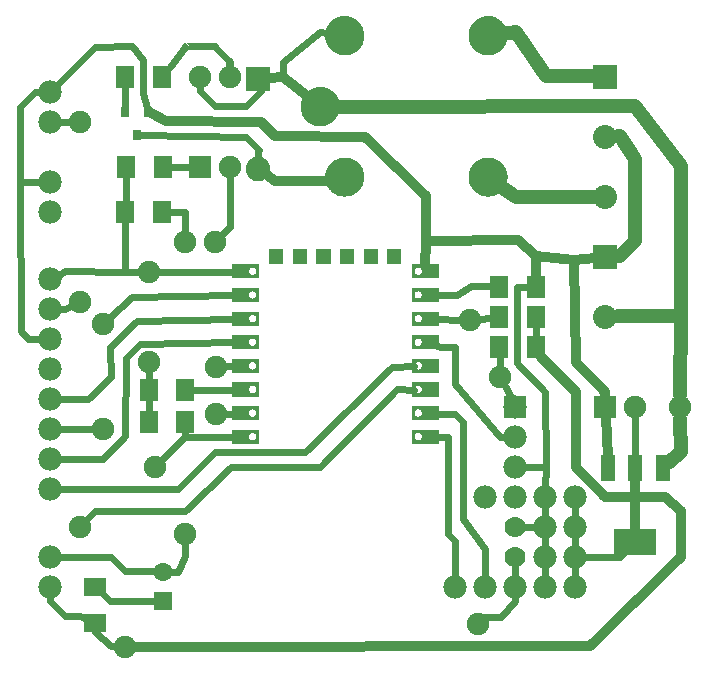
<source format=gbl>
G04 MADE WITH FRITZING*
G04 WWW.FRITZING.ORG*
G04 DOUBLE SIDED*
G04 HOLES PLATED*
G04 CONTOUR ON CENTER OF CONTOUR VECTOR*
%ASAXBY*%
%FSLAX23Y23*%
%MOIN*%
%OFA0B0*%
%SFA1.0B1.0*%
%ADD10C,0.070000*%
%ADD11C,0.129921*%
%ADD12C,0.082000*%
%ADD13C,0.062992*%
%ADD14C,0.080000*%
%ADD15C,0.075433*%
%ADD16C,0.075000*%
%ADD17C,0.078000*%
%ADD18R,0.082000X0.082000*%
%ADD19R,0.062992X0.062992*%
%ADD20R,0.062992X0.074803*%
%ADD21R,0.031496X0.035433*%
%ADD22R,0.080000X0.080000*%
%ADD23R,0.079986X0.080000*%
%ADD24R,0.075000X0.075000*%
%ADD25R,0.074803X0.062992*%
%ADD26R,0.078000X0.078000*%
%ADD27R,0.048000X0.088000*%
%ADD28R,0.141732X0.086614*%
%ADD29C,0.032000*%
%ADD30C,0.024000*%
%ADD31C,0.048000*%
%ADD32R,0.001000X0.001000*%
%LNCOPPER0*%
G90*
G70*
G54D10*
X1732Y533D03*
X1732Y433D03*
G54D11*
X1082Y1933D03*
X1163Y2170D03*
X1641Y2170D03*
X1163Y1697D03*
X1641Y1697D03*
X1082Y1933D03*
X1163Y2170D03*
X1641Y2170D03*
X1163Y1697D03*
X1641Y1697D03*
G54D12*
X875Y2024D03*
X875Y1726D03*
G54D13*
X557Y285D03*
X557Y383D03*
G54D14*
X2032Y1833D03*
X2032Y1633D03*
X2032Y2033D03*
X2032Y1433D03*
X2032Y1233D03*
G54D15*
X357Y1208D03*
X357Y858D03*
X512Y1081D03*
X512Y1382D03*
X733Y909D03*
X632Y1483D03*
X282Y1283D03*
X282Y533D03*
X282Y1883D03*
X432Y133D03*
X1682Y1033D03*
X1581Y1221D03*
X632Y508D03*
X1607Y208D03*
X532Y733D03*
X733Y1066D03*
X732Y1483D03*
G54D16*
X2032Y933D03*
X2132Y933D03*
X2032Y933D03*
X2132Y933D03*
X682Y1733D03*
X682Y2033D03*
X782Y1733D03*
X782Y2033D03*
G54D17*
X182Y1358D03*
X182Y1258D03*
X182Y1158D03*
X182Y1058D03*
X182Y958D03*
X182Y858D03*
X182Y758D03*
X182Y658D03*
X182Y1583D03*
X182Y1583D03*
X182Y1683D03*
X182Y1883D03*
X182Y1983D03*
X182Y333D03*
X182Y433D03*
X1832Y533D03*
X1932Y533D03*
X1832Y533D03*
X1932Y533D03*
X1932Y433D03*
X1832Y433D03*
X1832Y533D03*
X1932Y533D03*
X1832Y533D03*
X1932Y533D03*
X1932Y433D03*
X1832Y433D03*
X1532Y333D03*
X1632Y333D03*
X1732Y333D03*
X1832Y333D03*
X1932Y333D03*
X1732Y933D03*
X1732Y833D03*
X1732Y733D03*
X1732Y933D03*
X1732Y833D03*
X1732Y733D03*
X1632Y633D03*
X1732Y633D03*
X1832Y633D03*
X1932Y633D03*
X1632Y633D03*
X1732Y633D03*
X1832Y633D03*
X1932Y633D03*
G54D15*
X2282Y933D03*
G54D18*
X875Y2025D03*
G54D19*
X557Y285D03*
G54D20*
X556Y1733D03*
X434Y1733D03*
X554Y2033D03*
X432Y2033D03*
G54D21*
X432Y1916D03*
X507Y1916D03*
X470Y1838D03*
G54D22*
X2032Y2033D03*
G54D23*
X2032Y1433D03*
G54D24*
X2032Y933D03*
X2032Y933D03*
X682Y1733D03*
G54D20*
X1799Y1133D03*
X1677Y1133D03*
X510Y883D03*
X632Y883D03*
X1677Y1233D03*
X1799Y1233D03*
X1799Y1333D03*
X1677Y1333D03*
G54D25*
X332Y333D03*
X332Y211D03*
G54D20*
X554Y1583D03*
X432Y1583D03*
X510Y988D03*
X632Y988D03*
G54D26*
X1732Y933D03*
X1732Y933D03*
G54D27*
X2041Y727D03*
X2132Y727D03*
X2223Y727D03*
G54D28*
X2132Y483D03*
G54D29*
X956Y2033D02*
X1049Y1960D01*
D02*
X912Y2028D02*
X956Y2033D01*
G54D30*
D02*
X1682Y833D02*
X1532Y1009D01*
D02*
X1532Y1009D02*
X1532Y1133D01*
D02*
X1483Y1133D02*
X1471Y1136D01*
D02*
X1532Y1133D02*
X1483Y1133D01*
D02*
X1702Y833D02*
X1682Y833D01*
D02*
X1679Y1102D02*
X1681Y1062D01*
D02*
X1695Y1008D02*
X1719Y960D01*
D02*
X382Y284D02*
X358Y307D01*
D02*
X530Y285D02*
X382Y284D01*
D02*
X383Y134D02*
X331Y183D01*
D02*
X331Y183D02*
X332Y185D01*
D02*
X403Y134D02*
X383Y134D01*
D02*
X182Y284D02*
X182Y303D01*
D02*
X281Y234D02*
X232Y234D01*
D02*
X232Y234D02*
X182Y284D01*
D02*
X300Y226D02*
X281Y234D01*
D02*
X432Y384D02*
X383Y433D01*
D02*
X383Y433D02*
X212Y433D01*
D02*
X530Y384D02*
X432Y384D01*
D02*
X632Y434D02*
X632Y480D01*
D02*
X607Y383D02*
X632Y434D01*
D02*
X584Y383D02*
X607Y383D01*
D02*
X632Y833D02*
X632Y852D01*
D02*
X552Y754D02*
X632Y833D01*
D02*
X2082Y433D02*
X2094Y446D01*
D02*
X1962Y433D02*
X2082Y433D01*
G54D31*
D02*
X1733Y1633D02*
X1990Y1633D01*
D02*
X1680Y1670D02*
X1733Y1633D01*
G54D30*
D02*
X793Y832D02*
X632Y833D01*
D02*
X82Y1932D02*
X131Y1983D01*
D02*
X131Y1983D02*
X152Y1983D01*
D02*
X82Y1683D02*
X82Y1932D01*
D02*
X152Y1683D02*
X82Y1683D01*
D02*
X83Y1184D02*
X82Y1683D01*
D02*
X107Y1158D02*
X83Y1184D01*
D02*
X152Y1158D02*
X107Y1158D01*
D02*
X1732Y364D02*
X1732Y407D01*
D02*
X1802Y533D02*
X1758Y533D01*
D02*
X1932Y364D02*
X1932Y403D01*
D02*
X1832Y464D02*
X1832Y503D01*
D02*
X1832Y403D02*
X1832Y364D01*
D02*
X781Y2083D02*
X732Y2133D01*
D02*
X632Y2133D02*
X579Y2065D01*
D02*
X1932Y464D02*
X1932Y503D01*
D02*
X432Y1928D02*
X432Y2002D01*
D02*
X833Y1833D02*
X480Y1837D01*
D02*
X877Y1788D02*
X833Y1833D01*
D02*
X653Y1733D02*
X582Y1733D01*
G54D31*
D02*
X2132Y1758D02*
X2081Y1834D01*
D02*
X2132Y1484D02*
X2132Y1758D01*
D02*
X2082Y1434D02*
X2132Y1484D01*
D02*
X2081Y1834D02*
X2074Y1834D01*
D02*
X2074Y1434D02*
X2082Y1434D01*
G54D30*
D02*
X471Y1218D02*
X382Y1133D01*
D02*
X383Y1033D02*
X308Y958D01*
D02*
X382Y1133D02*
X383Y1033D01*
D02*
X308Y958D02*
X212Y958D01*
D02*
X793Y1225D02*
X471Y1218D01*
D02*
X357Y759D02*
X212Y758D01*
D02*
X432Y834D02*
X357Y759D01*
D02*
X434Y1094D02*
X432Y834D01*
D02*
X481Y1143D02*
X434Y1094D01*
D02*
X793Y1147D02*
X481Y1143D01*
D02*
X328Y858D02*
X212Y858D01*
D02*
X453Y1299D02*
X378Y1228D01*
D02*
X793Y1304D02*
X453Y1299D01*
D02*
X431Y1382D02*
X432Y1552D01*
D02*
X232Y1384D02*
X431Y1382D01*
D02*
X209Y1372D02*
X232Y1384D01*
D02*
X433Y1615D02*
X434Y1701D01*
D02*
X793Y989D02*
X658Y988D01*
D02*
X510Y956D02*
X510Y915D01*
D02*
X511Y1020D02*
X511Y1052D01*
D02*
X431Y1382D02*
X483Y1382D01*
D02*
X541Y1382D02*
X793Y1383D01*
D02*
X793Y910D02*
X762Y910D01*
D02*
X632Y1583D02*
X632Y1512D01*
D02*
X580Y1583D02*
X632Y1583D01*
D02*
X607Y658D02*
X212Y658D01*
D02*
X732Y783D02*
X607Y658D01*
D02*
X1031Y783D02*
X732Y783D01*
D02*
X1321Y1066D02*
X1031Y783D01*
D02*
X1394Y1068D02*
X1321Y1066D01*
D02*
X232Y1259D02*
X212Y1259D01*
D02*
X256Y1271D02*
X232Y1259D01*
D02*
X1081Y733D02*
X783Y733D01*
D02*
X1337Y991D02*
X1081Y733D01*
D02*
X632Y584D02*
X332Y584D01*
D02*
X332Y584D02*
X302Y554D01*
D02*
X783Y733D02*
X632Y584D01*
D02*
X1394Y990D02*
X1337Y991D01*
D02*
X1536Y1304D02*
X1471Y1304D01*
D02*
X1583Y1336D02*
X1536Y1304D01*
D02*
X1651Y1334D02*
X1583Y1336D01*
G54D29*
D02*
X1800Y1434D02*
X1799Y1365D01*
G54D31*
D02*
X2132Y1934D02*
X1130Y1933D01*
D02*
X2283Y1734D02*
X2132Y1934D01*
D02*
X2283Y1234D02*
X2283Y1734D01*
D02*
X2074Y1234D02*
X2283Y1234D01*
G54D29*
D02*
X2032Y983D02*
X1933Y1083D01*
D02*
X1933Y1083D02*
X1928Y1422D01*
D02*
X2032Y968D02*
X2032Y983D01*
G54D30*
D02*
X1799Y1165D02*
X1799Y1202D01*
D02*
X2132Y905D02*
X2132Y766D01*
D02*
X1532Y909D02*
X1471Y910D01*
D02*
X1557Y883D02*
X1532Y909D01*
D02*
X1558Y558D02*
X1557Y883D01*
D02*
X1632Y364D02*
X1631Y458D01*
D02*
X1631Y458D02*
X1558Y558D01*
D02*
X1507Y733D02*
X1507Y833D01*
D02*
X1507Y833D02*
X1471Y833D01*
D02*
X1507Y509D02*
X1507Y733D01*
D02*
X1531Y484D02*
X1507Y509D01*
D02*
X1532Y364D02*
X1531Y484D01*
D02*
X212Y1883D02*
X253Y1883D01*
G54D29*
D02*
X1433Y1484D02*
X1432Y1401D01*
D02*
X1433Y1634D02*
X1433Y1484D01*
D02*
X566Y1884D02*
X883Y1883D01*
D02*
X1232Y1832D02*
X1433Y1634D01*
D02*
X932Y1834D02*
X1232Y1832D01*
D02*
X883Y1883D02*
X932Y1834D01*
D02*
X517Y1911D02*
X566Y1884D01*
D02*
X932Y1684D02*
X905Y1704D01*
D02*
X1083Y1684D02*
X932Y1684D01*
D02*
X1121Y1690D02*
X1083Y1684D01*
G54D30*
D02*
X956Y2083D02*
X956Y2033D01*
D02*
X1082Y2183D02*
X956Y2083D01*
D02*
X1127Y2176D02*
X1082Y2183D01*
D02*
X883Y1984D02*
X881Y1992D01*
D02*
X833Y1934D02*
X883Y1984D01*
D02*
X732Y1934D02*
X833Y1934D01*
D02*
X682Y1984D02*
X732Y1934D01*
D02*
X682Y2005D02*
X682Y1984D01*
G54D29*
D02*
X2283Y433D02*
X1982Y134D01*
D02*
X2232Y633D02*
X2283Y584D01*
D02*
X1982Y134D02*
X466Y133D01*
D02*
X2283Y584D02*
X2283Y433D01*
D02*
X2132Y633D02*
X2232Y633D01*
D02*
X2132Y689D02*
X2132Y633D01*
G54D30*
D02*
X1651Y1230D02*
X1609Y1225D01*
D02*
X1552Y1222D02*
X1471Y1225D01*
D02*
X1831Y983D02*
X1833Y733D01*
D02*
X1833Y733D02*
X1762Y733D01*
D02*
X1738Y1080D02*
X1831Y983D01*
D02*
X1737Y1332D02*
X1738Y1080D01*
D02*
X1773Y1333D02*
X1737Y1332D01*
G54D29*
D02*
X1818Y1100D02*
X1817Y1102D01*
D02*
X2032Y633D02*
X1933Y733D01*
D02*
X1933Y983D02*
X1818Y1100D01*
D02*
X1933Y733D02*
X1933Y983D01*
D02*
X2132Y633D02*
X2032Y633D01*
D02*
X1741Y1489D02*
X1433Y1484D01*
D02*
X1800Y1434D02*
X1741Y1489D01*
D02*
X1928Y1422D02*
X1800Y1434D01*
D02*
X1996Y1429D02*
X1928Y1422D01*
G54D30*
D02*
X1683Y233D02*
X1632Y233D01*
D02*
X1632Y233D02*
X1627Y229D01*
D02*
X1732Y284D02*
X1683Y233D01*
D02*
X1732Y303D02*
X1732Y284D01*
G54D29*
D02*
X2039Y766D02*
X2034Y899D01*
G54D30*
D02*
X793Y1068D02*
X762Y1067D01*
D02*
X782Y1533D02*
X752Y1504D01*
D02*
X782Y1705D02*
X782Y1533D01*
D02*
X490Y2088D02*
X490Y1978D01*
D02*
X490Y1978D02*
X504Y1928D01*
D02*
X454Y2134D02*
X490Y2088D01*
D02*
X331Y2133D02*
X454Y2134D01*
D02*
X203Y2005D02*
X331Y2133D01*
G54D31*
D02*
X1833Y2034D02*
X1990Y2034D01*
D02*
X1733Y2182D02*
X1833Y2034D01*
D02*
X1688Y2176D02*
X1733Y2182D01*
G54D30*
D02*
X1832Y664D02*
X1833Y733D01*
G54D31*
D02*
X2283Y1234D02*
X2282Y973D01*
D02*
X2283Y783D02*
X2282Y893D01*
D02*
X2242Y745D02*
X2283Y783D01*
G54D30*
D02*
X1832Y603D02*
X1832Y564D01*
D02*
X1932Y564D02*
X1932Y603D01*
G54D29*
D02*
X2132Y633D02*
X2132Y521D01*
G54D32*
X1153Y2234D02*
X1171Y2234D01*
X1631Y2234D02*
X1650Y2234D01*
X1148Y2233D02*
X1177Y2233D01*
X1626Y2233D02*
X1655Y2233D01*
X1144Y2232D02*
X1180Y2232D01*
X1622Y2232D02*
X1659Y2232D01*
X1141Y2231D02*
X1183Y2231D01*
X1619Y2231D02*
X1662Y2231D01*
X1138Y2230D02*
X1186Y2230D01*
X1616Y2230D02*
X1665Y2230D01*
X1136Y2229D02*
X1189Y2229D01*
X1614Y2229D02*
X1667Y2229D01*
X1134Y2228D02*
X1191Y2228D01*
X1612Y2228D02*
X1669Y2228D01*
X1132Y2227D02*
X1193Y2227D01*
X1610Y2227D02*
X1671Y2227D01*
X1130Y2226D02*
X1194Y2226D01*
X1608Y2226D02*
X1672Y2226D01*
X1129Y2225D02*
X1196Y2225D01*
X1607Y2225D02*
X1674Y2225D01*
X1127Y2224D02*
X1197Y2224D01*
X1605Y2224D02*
X1676Y2224D01*
X1125Y2223D02*
X1199Y2223D01*
X1604Y2223D02*
X1677Y2223D01*
X1124Y2222D02*
X1200Y2222D01*
X1602Y2222D02*
X1679Y2222D01*
X1123Y2221D02*
X1202Y2221D01*
X1601Y2221D02*
X1680Y2221D01*
X1121Y2220D02*
X1203Y2220D01*
X1600Y2220D02*
X1681Y2220D01*
X1120Y2219D02*
X1204Y2219D01*
X1599Y2219D02*
X1682Y2219D01*
X1119Y2218D02*
X1205Y2218D01*
X1597Y2218D02*
X1683Y2218D01*
X1118Y2217D02*
X1206Y2217D01*
X1596Y2217D02*
X1685Y2217D01*
X1117Y2216D02*
X1207Y2216D01*
X1595Y2216D02*
X1686Y2216D01*
X1116Y2215D02*
X1208Y2215D01*
X1594Y2215D02*
X1687Y2215D01*
X1115Y2214D02*
X1209Y2214D01*
X1593Y2214D02*
X1688Y2214D01*
X1114Y2213D02*
X1210Y2213D01*
X1593Y2213D02*
X1688Y2213D01*
X1113Y2212D02*
X1211Y2212D01*
X1592Y2212D02*
X1689Y2212D01*
X1112Y2211D02*
X1212Y2211D01*
X1591Y2211D02*
X1690Y2211D01*
X1112Y2210D02*
X1213Y2210D01*
X1590Y2210D02*
X1691Y2210D01*
X1111Y2209D02*
X1213Y2209D01*
X1589Y2209D02*
X1692Y2209D01*
X1110Y2208D02*
X1214Y2208D01*
X1589Y2208D02*
X1692Y2208D01*
X1110Y2207D02*
X1215Y2207D01*
X1588Y2207D02*
X1693Y2207D01*
X1109Y2206D02*
X1216Y2206D01*
X1587Y2206D02*
X1694Y2206D01*
X1108Y2205D02*
X1216Y2205D01*
X1586Y2205D02*
X1694Y2205D01*
X1108Y2204D02*
X1217Y2204D01*
X1586Y2204D02*
X1695Y2204D01*
X1107Y2203D02*
X1217Y2203D01*
X1585Y2203D02*
X1696Y2203D01*
X1106Y2202D02*
X1218Y2202D01*
X1585Y2202D02*
X1696Y2202D01*
X1106Y2201D02*
X1219Y2201D01*
X1584Y2201D02*
X1697Y2201D01*
X1105Y2200D02*
X1219Y2200D01*
X1584Y2200D02*
X1697Y2200D01*
X1105Y2199D02*
X1220Y2199D01*
X1583Y2199D02*
X1698Y2199D01*
X1104Y2198D02*
X1220Y2198D01*
X1583Y2198D02*
X1698Y2198D01*
X1104Y2197D02*
X1221Y2197D01*
X1582Y2197D02*
X1699Y2197D01*
X1103Y2196D02*
X1221Y2196D01*
X1582Y2196D02*
X1699Y2196D01*
X1103Y2195D02*
X1156Y2195D01*
X1168Y2195D02*
X1222Y2195D01*
X1581Y2195D02*
X1634Y2195D01*
X1647Y2195D02*
X1700Y2195D01*
X1102Y2194D02*
X1153Y2194D01*
X1171Y2194D02*
X1222Y2194D01*
X1581Y2194D02*
X1631Y2194D01*
X1650Y2194D02*
X1700Y2194D01*
X1102Y2193D02*
X1151Y2193D01*
X1174Y2193D02*
X1222Y2193D01*
X1580Y2193D02*
X1629Y2193D01*
X1652Y2193D02*
X1701Y2193D01*
X1102Y2192D02*
X1149Y2192D01*
X1176Y2192D02*
X1223Y2192D01*
X1580Y2192D02*
X1627Y2192D01*
X1654Y2192D02*
X1701Y2192D01*
X1101Y2191D02*
X1147Y2191D01*
X1177Y2191D02*
X1223Y2191D01*
X1580Y2191D02*
X1625Y2191D01*
X1656Y2191D02*
X1701Y2191D01*
X1101Y2190D02*
X1146Y2190D01*
X1178Y2190D02*
X1223Y2190D01*
X1579Y2190D02*
X1624Y2190D01*
X1657Y2190D02*
X1702Y2190D01*
X1101Y2189D02*
X1145Y2189D01*
X1180Y2189D02*
X1224Y2189D01*
X1579Y2189D02*
X1623Y2189D01*
X1658Y2189D02*
X1702Y2189D01*
X1100Y2188D02*
X1144Y2188D01*
X1181Y2188D02*
X1224Y2188D01*
X1579Y2188D02*
X1622Y2188D01*
X1659Y2188D02*
X1702Y2188D01*
X1100Y2187D02*
X1143Y2187D01*
X1182Y2187D02*
X1224Y2187D01*
X1578Y2187D02*
X1621Y2187D01*
X1660Y2187D02*
X1702Y2187D01*
X1100Y2186D02*
X1142Y2186D01*
X1183Y2186D02*
X1224Y2186D01*
X1578Y2186D02*
X1620Y2186D01*
X1661Y2186D02*
X1703Y2186D01*
X1100Y2185D02*
X1141Y2185D01*
X1183Y2185D02*
X1225Y2185D01*
X1578Y2185D02*
X1619Y2185D01*
X1662Y2185D02*
X1703Y2185D01*
X1099Y2184D02*
X1140Y2184D01*
X1184Y2184D02*
X1225Y2184D01*
X1578Y2184D02*
X1619Y2184D01*
X1662Y2184D02*
X1703Y2184D01*
X1099Y2183D02*
X1140Y2183D01*
X1185Y2183D02*
X1225Y2183D01*
X1577Y2183D02*
X1618Y2183D01*
X1663Y2183D02*
X1703Y2183D01*
X1099Y2182D02*
X1139Y2182D01*
X1185Y2182D02*
X1225Y2182D01*
X1577Y2182D02*
X1617Y2182D01*
X1663Y2182D02*
X1704Y2182D01*
X1099Y2181D02*
X1139Y2181D01*
X1186Y2181D02*
X1226Y2181D01*
X1577Y2181D02*
X1617Y2181D01*
X1664Y2181D02*
X1704Y2181D01*
X1099Y2180D02*
X1138Y2180D01*
X1186Y2180D02*
X1226Y2180D01*
X1577Y2180D02*
X1616Y2180D01*
X1664Y2180D02*
X1704Y2180D01*
X1099Y2179D02*
X1138Y2179D01*
X1187Y2179D02*
X1226Y2179D01*
X1577Y2179D02*
X1616Y2179D01*
X1665Y2179D02*
X1704Y2179D01*
X1098Y2178D02*
X1137Y2178D01*
X1187Y2178D02*
X1226Y2178D01*
X1577Y2178D02*
X1616Y2178D01*
X1665Y2178D02*
X1704Y2178D01*
X1098Y2177D02*
X1137Y2177D01*
X1187Y2177D02*
X1226Y2177D01*
X1577Y2177D02*
X1615Y2177D01*
X1666Y2177D02*
X1704Y2177D01*
X1098Y2176D02*
X1137Y2176D01*
X1188Y2176D02*
X1226Y2176D01*
X1576Y2176D02*
X1615Y2176D01*
X1666Y2176D02*
X1705Y2176D01*
X1098Y2175D02*
X1136Y2175D01*
X1188Y2175D02*
X1226Y2175D01*
X1576Y2175D02*
X1615Y2175D01*
X1666Y2175D02*
X1705Y2175D01*
X1098Y2174D02*
X1136Y2174D01*
X1188Y2174D02*
X1226Y2174D01*
X1576Y2174D02*
X1615Y2174D01*
X1666Y2174D02*
X1705Y2174D01*
X1098Y2173D02*
X1136Y2173D01*
X1188Y2173D02*
X1226Y2173D01*
X1576Y2173D02*
X1615Y2173D01*
X1666Y2173D02*
X1705Y2173D01*
X1098Y2172D02*
X1136Y2172D01*
X1188Y2172D02*
X1226Y2172D01*
X1576Y2172D02*
X1614Y2172D01*
X1667Y2172D02*
X1705Y2172D01*
X1098Y2171D02*
X1136Y2171D01*
X1188Y2171D02*
X1227Y2171D01*
X1576Y2171D02*
X1614Y2171D01*
X1667Y2171D02*
X1705Y2171D01*
X1098Y2170D02*
X1136Y2170D01*
X1188Y2170D02*
X1227Y2170D01*
X1576Y2170D02*
X1614Y2170D01*
X1667Y2170D02*
X1705Y2170D01*
X1098Y2169D02*
X1136Y2169D01*
X1188Y2169D02*
X1227Y2169D01*
X1576Y2169D02*
X1614Y2169D01*
X1667Y2169D02*
X1705Y2169D01*
X1098Y2168D02*
X1136Y2168D01*
X1188Y2168D02*
X1227Y2168D01*
X1576Y2168D02*
X1614Y2168D01*
X1667Y2168D02*
X1705Y2168D01*
X1098Y2167D02*
X1136Y2167D01*
X1188Y2167D02*
X1226Y2167D01*
X1576Y2167D02*
X1614Y2167D01*
X1666Y2167D02*
X1705Y2167D01*
X1098Y2166D02*
X1136Y2166D01*
X1188Y2166D02*
X1226Y2166D01*
X1576Y2166D02*
X1615Y2166D01*
X1666Y2166D02*
X1705Y2166D01*
X1098Y2165D02*
X1136Y2165D01*
X1188Y2165D02*
X1226Y2165D01*
X1576Y2165D02*
X1615Y2165D01*
X1666Y2165D02*
X1705Y2165D01*
X1098Y2164D02*
X1137Y2164D01*
X1188Y2164D02*
X1226Y2164D01*
X1576Y2164D02*
X1615Y2164D01*
X1666Y2164D02*
X1705Y2164D01*
X1098Y2163D02*
X1137Y2163D01*
X1187Y2163D02*
X1226Y2163D01*
X1576Y2163D02*
X1615Y2163D01*
X1666Y2163D02*
X1704Y2163D01*
X1098Y2162D02*
X1137Y2162D01*
X1187Y2162D02*
X1226Y2162D01*
X1577Y2162D02*
X1616Y2162D01*
X1665Y2162D02*
X1704Y2162D01*
X1098Y2161D02*
X1138Y2161D01*
X1187Y2161D02*
X1226Y2161D01*
X1577Y2161D02*
X1616Y2161D01*
X1665Y2161D02*
X1704Y2161D01*
X1099Y2160D02*
X1138Y2160D01*
X1186Y2160D02*
X1226Y2160D01*
X1577Y2160D02*
X1616Y2160D01*
X1665Y2160D02*
X1704Y2160D01*
X1099Y2159D02*
X1139Y2159D01*
X1186Y2159D02*
X1226Y2159D01*
X1577Y2159D02*
X1617Y2159D01*
X1664Y2159D02*
X1704Y2159D01*
X1099Y2158D02*
X1139Y2158D01*
X1185Y2158D02*
X1225Y2158D01*
X1577Y2158D02*
X1617Y2158D01*
X1664Y2158D02*
X1704Y2158D01*
X1099Y2157D02*
X1140Y2157D01*
X1185Y2157D02*
X1225Y2157D01*
X1577Y2157D02*
X1618Y2157D01*
X1663Y2157D02*
X1704Y2157D01*
X1099Y2156D02*
X1140Y2156D01*
X1184Y2156D02*
X1225Y2156D01*
X1578Y2156D02*
X1618Y2156D01*
X1663Y2156D02*
X1703Y2156D01*
X1100Y2155D02*
X1141Y2155D01*
X1183Y2155D02*
X1225Y2155D01*
X1578Y2155D02*
X1619Y2155D01*
X1662Y2155D02*
X1703Y2155D01*
X1100Y2154D02*
X1142Y2154D01*
X1183Y2154D02*
X1224Y2154D01*
X1578Y2154D02*
X1620Y2154D01*
X1661Y2154D02*
X1703Y2154D01*
X1100Y2153D02*
X1143Y2153D01*
X1182Y2153D02*
X1224Y2153D01*
X1578Y2153D02*
X1621Y2153D01*
X1660Y2153D02*
X1703Y2153D01*
X1100Y2152D02*
X1143Y2152D01*
X1181Y2152D02*
X1224Y2152D01*
X1579Y2152D02*
X1622Y2152D01*
X1659Y2152D02*
X1702Y2152D01*
X1101Y2151D02*
X1145Y2151D01*
X1180Y2151D02*
X1224Y2151D01*
X1579Y2151D02*
X1623Y2151D01*
X1658Y2151D02*
X1702Y2151D01*
X1101Y2150D02*
X1146Y2150D01*
X1179Y2150D02*
X1223Y2150D01*
X1579Y2150D02*
X1624Y2150D01*
X1657Y2150D02*
X1702Y2150D01*
X1101Y2149D02*
X1147Y2149D01*
X1177Y2149D02*
X1223Y2149D01*
X1580Y2149D02*
X1625Y2149D01*
X1656Y2149D02*
X1701Y2149D01*
X1102Y2148D02*
X1148Y2148D01*
X1176Y2148D02*
X1223Y2148D01*
X1580Y2148D02*
X1627Y2148D01*
X1654Y2148D02*
X1701Y2148D01*
X1102Y2147D02*
X1150Y2147D01*
X1174Y2147D02*
X1222Y2147D01*
X1580Y2147D02*
X1629Y2147D01*
X1652Y2147D02*
X1701Y2147D01*
X1102Y2146D02*
X1153Y2146D01*
X1172Y2146D02*
X1222Y2146D01*
X1581Y2146D02*
X1631Y2146D01*
X1650Y2146D02*
X1700Y2146D01*
X636Y2145D02*
X721Y2145D01*
X1103Y2145D02*
X1156Y2145D01*
X1169Y2145D02*
X1222Y2145D01*
X1581Y2145D02*
X1634Y2145D01*
X1647Y2145D02*
X1700Y2145D01*
X628Y2144D02*
X633Y2144D01*
X637Y2144D02*
X735Y2144D01*
X1103Y2144D02*
X1221Y2144D01*
X1581Y2144D02*
X1700Y2144D01*
X626Y2143D02*
X634Y2143D01*
X639Y2143D02*
X737Y2143D01*
X1104Y2143D02*
X1221Y2143D01*
X1582Y2143D02*
X1699Y2143D01*
X625Y2142D02*
X635Y2142D01*
X640Y2142D02*
X738Y2142D01*
X1104Y2142D02*
X1220Y2142D01*
X1582Y2142D02*
X1699Y2142D01*
X624Y2141D02*
X636Y2141D01*
X641Y2141D02*
X739Y2141D01*
X1105Y2141D02*
X1220Y2141D01*
X1583Y2141D02*
X1698Y2141D01*
X623Y2140D02*
X637Y2140D01*
X642Y2140D02*
X740Y2140D01*
X1105Y2140D02*
X1219Y2140D01*
X1583Y2140D02*
X1698Y2140D01*
X622Y2139D02*
X638Y2139D01*
X643Y2139D02*
X741Y2139D01*
X1106Y2139D02*
X1219Y2139D01*
X1584Y2139D02*
X1697Y2139D01*
X622Y2138D02*
X639Y2138D01*
X643Y2138D02*
X741Y2138D01*
X1106Y2138D02*
X1218Y2138D01*
X1585Y2138D02*
X1696Y2138D01*
X621Y2137D02*
X640Y2137D01*
X644Y2137D02*
X742Y2137D01*
X1107Y2137D02*
X1218Y2137D01*
X1585Y2137D02*
X1696Y2137D01*
X621Y2136D02*
X641Y2136D01*
X644Y2136D02*
X742Y2136D01*
X1107Y2136D02*
X1217Y2136D01*
X1586Y2136D02*
X1695Y2136D01*
X621Y2135D02*
X642Y2135D01*
X644Y2135D02*
X742Y2135D01*
X1108Y2135D02*
X1216Y2135D01*
X1586Y2135D02*
X1695Y2135D01*
X621Y2134D02*
X642Y2134D01*
X645Y2134D02*
X742Y2134D01*
X1109Y2134D02*
X1216Y2134D01*
X1587Y2134D02*
X1694Y2134D01*
X621Y2133D02*
X643Y2133D01*
X645Y2133D02*
X742Y2133D01*
X1109Y2133D02*
X1215Y2133D01*
X1588Y2133D02*
X1693Y2133D01*
X621Y2132D02*
X643Y2132D01*
X645Y2132D02*
X742Y2132D01*
X1110Y2132D02*
X1214Y2132D01*
X1588Y2132D02*
X1693Y2132D01*
X621Y2131D02*
X742Y2131D01*
X1111Y2131D02*
X1213Y2131D01*
X1589Y2131D02*
X1692Y2131D01*
X621Y2130D02*
X742Y2130D01*
X1112Y2130D02*
X1213Y2130D01*
X1590Y2130D02*
X1691Y2130D01*
X621Y2129D02*
X742Y2129D01*
X1112Y2129D02*
X1212Y2129D01*
X1591Y2129D02*
X1690Y2129D01*
X622Y2128D02*
X642Y2128D01*
X644Y2128D02*
X741Y2128D01*
X1113Y2128D02*
X1211Y2128D01*
X1591Y2128D02*
X1689Y2128D01*
X622Y2127D02*
X640Y2127D01*
X643Y2127D02*
X741Y2127D01*
X1114Y2127D02*
X1210Y2127D01*
X1592Y2127D02*
X1689Y2127D01*
X623Y2126D02*
X639Y2126D01*
X642Y2126D02*
X740Y2126D01*
X1115Y2126D02*
X1209Y2126D01*
X1593Y2126D02*
X1688Y2126D01*
X624Y2125D02*
X636Y2125D01*
X642Y2125D02*
X739Y2125D01*
X1116Y2125D02*
X1209Y2125D01*
X1594Y2125D02*
X1687Y2125D01*
X625Y2124D02*
X633Y2124D01*
X641Y2124D02*
X738Y2124D01*
X1117Y2124D02*
X1208Y2124D01*
X1595Y2124D02*
X1686Y2124D01*
X626Y2123D02*
X630Y2123D01*
X639Y2123D02*
X737Y2123D01*
X1118Y2123D02*
X1206Y2123D01*
X1596Y2123D02*
X1685Y2123D01*
X638Y2122D02*
X735Y2122D01*
X1119Y2122D02*
X1205Y2122D01*
X1597Y2122D02*
X1684Y2122D01*
X1120Y2121D02*
X1204Y2121D01*
X1598Y2121D02*
X1683Y2121D01*
X1121Y2120D02*
X1203Y2120D01*
X1600Y2120D02*
X1681Y2120D01*
X1123Y2119D02*
X1202Y2119D01*
X1601Y2119D02*
X1680Y2119D01*
X1124Y2118D02*
X1200Y2118D01*
X1602Y2118D02*
X1679Y2118D01*
X1125Y2117D02*
X1199Y2117D01*
X1604Y2117D02*
X1677Y2117D01*
X1127Y2116D02*
X1198Y2116D01*
X1605Y2116D02*
X1676Y2116D01*
X1128Y2115D02*
X1196Y2115D01*
X1607Y2115D02*
X1674Y2115D01*
X1130Y2114D02*
X1194Y2114D01*
X1608Y2114D02*
X1673Y2114D01*
X1132Y2113D02*
X1193Y2113D01*
X1610Y2113D02*
X1671Y2113D01*
X1134Y2112D02*
X1191Y2112D01*
X1612Y2112D02*
X1669Y2112D01*
X1136Y2111D02*
X1189Y2111D01*
X1614Y2111D02*
X1667Y2111D01*
X1138Y2110D02*
X1187Y2110D01*
X1616Y2110D02*
X1665Y2110D01*
X1140Y2109D02*
X1184Y2109D01*
X1619Y2109D02*
X1662Y2109D01*
X1143Y2108D02*
X1181Y2108D01*
X1622Y2108D02*
X1659Y2108D01*
X1147Y2107D02*
X1177Y2107D01*
X1626Y2107D02*
X1655Y2107D01*
X1152Y2106D02*
X1172Y2106D01*
X1630Y2106D02*
X1651Y2106D01*
X1162Y2105D02*
X1162Y2105D01*
X778Y2095D02*
X783Y2095D01*
X776Y2094D02*
X786Y2094D01*
X774Y2093D02*
X787Y2093D01*
X773Y2092D02*
X788Y2092D01*
X772Y2091D02*
X789Y2091D01*
X771Y2090D02*
X790Y2090D01*
X771Y2089D02*
X791Y2089D01*
X770Y2088D02*
X791Y2088D01*
X770Y2087D02*
X791Y2087D01*
X769Y2086D02*
X792Y2086D01*
X769Y2085D02*
X792Y2085D01*
X769Y2084D02*
X792Y2084D01*
X769Y2083D02*
X792Y2083D01*
X769Y2082D02*
X792Y2082D01*
X769Y2081D02*
X792Y2081D01*
X769Y2080D02*
X792Y2080D01*
X769Y2079D02*
X792Y2079D01*
X769Y2078D02*
X792Y2078D01*
X769Y2077D02*
X792Y2077D01*
X769Y2076D02*
X792Y2076D01*
X769Y2075D02*
X792Y2075D01*
X769Y2074D02*
X792Y2074D01*
X769Y2073D02*
X792Y2073D01*
X769Y2072D02*
X792Y2072D01*
X769Y2071D02*
X792Y2071D01*
X769Y2070D02*
X792Y2070D01*
X769Y2069D02*
X792Y2069D01*
X769Y2068D02*
X792Y2068D01*
X769Y2067D02*
X792Y2067D01*
X769Y2066D02*
X792Y2066D01*
X769Y2065D02*
X792Y2065D01*
X769Y2064D02*
X792Y2064D01*
X769Y2063D02*
X792Y2063D01*
X769Y2062D02*
X792Y2062D01*
X769Y2061D02*
X792Y2061D01*
X770Y2060D02*
X793Y2060D01*
X770Y2059D02*
X793Y2059D01*
X770Y2058D02*
X793Y2058D01*
X770Y2057D02*
X793Y2057D01*
X770Y2056D02*
X793Y2056D01*
X770Y2055D02*
X793Y2055D01*
X770Y2054D02*
X793Y2054D01*
X770Y2053D02*
X793Y2053D01*
X770Y2052D02*
X793Y2052D01*
X770Y2051D02*
X793Y2051D01*
X770Y2050D02*
X793Y2050D01*
X770Y2049D02*
X793Y2049D01*
X770Y2048D02*
X793Y2048D01*
X770Y2047D02*
X793Y2047D01*
X770Y2046D02*
X793Y2046D01*
X770Y2045D02*
X793Y2045D01*
X770Y2044D02*
X793Y2044D01*
X770Y2043D02*
X793Y2043D01*
X770Y2042D02*
X793Y2042D01*
X770Y2041D02*
X793Y2041D01*
X770Y2040D02*
X793Y2040D01*
X770Y2039D02*
X793Y2039D01*
X770Y2038D02*
X793Y2038D01*
X770Y2037D02*
X793Y2037D01*
X770Y2036D02*
X793Y2036D01*
X770Y2035D02*
X793Y2035D01*
X770Y2034D02*
X793Y2034D01*
X770Y2033D02*
X793Y2033D01*
X770Y2032D02*
X793Y2032D01*
X770Y2031D02*
X793Y2031D01*
X771Y2030D02*
X792Y2030D01*
X771Y2029D02*
X792Y2029D01*
X772Y2028D02*
X791Y2028D01*
X772Y2027D02*
X791Y2027D01*
X773Y2026D02*
X790Y2026D01*
X774Y2025D02*
X789Y2025D01*
X775Y2024D02*
X788Y2024D01*
X777Y2023D02*
X786Y2023D01*
X780Y2022D02*
X783Y2022D01*
X1074Y1998D02*
X1089Y1998D01*
X1068Y1997D02*
X1095Y1997D01*
X1064Y1996D02*
X1099Y1996D01*
X1061Y1995D02*
X1102Y1995D01*
X1058Y1994D02*
X1105Y1994D01*
X1056Y1993D02*
X1107Y1993D01*
X1053Y1992D02*
X1109Y1992D01*
X1051Y1991D02*
X1111Y1991D01*
X1050Y1990D02*
X1113Y1990D01*
X1048Y1989D02*
X1115Y1989D01*
X1046Y1988D02*
X1116Y1988D01*
X1045Y1987D02*
X1118Y1987D01*
X1044Y1986D02*
X1119Y1986D01*
X1042Y1985D02*
X1121Y1985D01*
X1041Y1984D02*
X1122Y1984D01*
X1040Y1983D02*
X1123Y1983D01*
X1039Y1982D02*
X1124Y1982D01*
X1038Y1981D02*
X1125Y1981D01*
X1036Y1980D02*
X1127Y1980D01*
X1035Y1979D02*
X1127Y1979D01*
X1035Y1978D02*
X1128Y1978D01*
X1034Y1977D02*
X1129Y1977D01*
X1033Y1976D02*
X1130Y1976D01*
X1032Y1975D02*
X1131Y1975D01*
X1031Y1974D02*
X1132Y1974D01*
X1030Y1973D02*
X1133Y1973D01*
X1030Y1972D02*
X1133Y1972D01*
X1029Y1971D02*
X1134Y1971D01*
X1028Y1970D02*
X1135Y1970D01*
X1028Y1969D02*
X1135Y1969D01*
X1027Y1968D02*
X1136Y1968D01*
X1026Y1967D02*
X1137Y1967D01*
X1026Y1966D02*
X1137Y1966D01*
X1025Y1965D02*
X1138Y1965D01*
X1025Y1964D02*
X1138Y1964D01*
X1024Y1963D02*
X1139Y1963D01*
X1024Y1962D02*
X1139Y1962D01*
X1023Y1961D02*
X1140Y1961D01*
X1023Y1960D02*
X1140Y1960D01*
X1022Y1959D02*
X1076Y1959D01*
X1087Y1959D02*
X1141Y1959D01*
X1022Y1958D02*
X1073Y1958D01*
X1090Y1958D02*
X1141Y1958D01*
X1021Y1957D02*
X1070Y1957D01*
X1093Y1957D02*
X1142Y1957D01*
X1021Y1956D02*
X1068Y1956D01*
X1095Y1956D02*
X1142Y1956D01*
X1021Y1955D02*
X1067Y1955D01*
X1096Y1955D02*
X1142Y1955D01*
X1020Y1954D02*
X1065Y1954D01*
X1098Y1954D02*
X1143Y1954D01*
X1020Y1953D02*
X1064Y1953D01*
X1099Y1953D02*
X1143Y1953D01*
X1020Y1952D02*
X1063Y1952D01*
X1100Y1952D02*
X1143Y1952D01*
X1020Y1951D02*
X1062Y1951D01*
X1101Y1951D02*
X1143Y1951D01*
X1019Y1950D02*
X1061Y1950D01*
X1102Y1950D02*
X1144Y1950D01*
X1019Y1949D02*
X1060Y1949D01*
X1102Y1949D02*
X1144Y1949D01*
X1019Y1948D02*
X1060Y1948D01*
X1103Y1948D02*
X1144Y1948D01*
X1018Y1947D02*
X1059Y1947D01*
X1104Y1947D02*
X1144Y1947D01*
X1018Y1946D02*
X1059Y1946D01*
X1104Y1946D02*
X1145Y1946D01*
X1018Y1945D02*
X1058Y1945D01*
X1105Y1945D02*
X1145Y1945D01*
X1018Y1944D02*
X1058Y1944D01*
X1105Y1944D02*
X1145Y1944D01*
X1018Y1943D02*
X1057Y1943D01*
X1106Y1943D02*
X1145Y1943D01*
X1018Y1942D02*
X1057Y1942D01*
X1106Y1942D02*
X1145Y1942D01*
X1018Y1941D02*
X1056Y1941D01*
X1107Y1941D02*
X1145Y1941D01*
X1017Y1940D02*
X1056Y1940D01*
X1107Y1940D02*
X1146Y1940D01*
X1017Y1939D02*
X1056Y1939D01*
X1107Y1939D02*
X1146Y1939D01*
X1017Y1938D02*
X1056Y1938D01*
X1107Y1938D02*
X1146Y1938D01*
X1017Y1937D02*
X1056Y1937D01*
X1107Y1937D02*
X1146Y1937D01*
X1017Y1936D02*
X1055Y1936D01*
X1107Y1936D02*
X1146Y1936D01*
X1017Y1935D02*
X1055Y1935D01*
X1108Y1935D02*
X1146Y1935D01*
X1017Y1934D02*
X1055Y1934D01*
X1108Y1934D02*
X1146Y1934D01*
X1017Y1933D02*
X1055Y1933D01*
X1108Y1933D02*
X1146Y1933D01*
X1017Y1932D02*
X1055Y1932D01*
X1108Y1932D02*
X1146Y1932D01*
X1017Y1931D02*
X1055Y1931D01*
X1107Y1931D02*
X1146Y1931D01*
X1017Y1930D02*
X1056Y1930D01*
X1107Y1930D02*
X1146Y1930D01*
X1017Y1929D02*
X1056Y1929D01*
X1107Y1929D02*
X1146Y1929D01*
X1017Y1928D02*
X1056Y1928D01*
X1107Y1928D02*
X1146Y1928D01*
X1017Y1927D02*
X1056Y1927D01*
X1107Y1927D02*
X1146Y1927D01*
X1018Y1926D02*
X1057Y1926D01*
X1106Y1926D02*
X1145Y1926D01*
X1018Y1925D02*
X1057Y1925D01*
X1106Y1925D02*
X1145Y1925D01*
X1018Y1924D02*
X1057Y1924D01*
X1106Y1924D02*
X1145Y1924D01*
X1018Y1923D02*
X1058Y1923D01*
X1105Y1923D02*
X1145Y1923D01*
X1018Y1922D02*
X1058Y1922D01*
X1105Y1922D02*
X1145Y1922D01*
X1018Y1921D02*
X1059Y1921D01*
X1104Y1921D02*
X1145Y1921D01*
X1019Y1920D02*
X1059Y1920D01*
X1104Y1920D02*
X1144Y1920D01*
X1019Y1919D02*
X1060Y1919D01*
X1103Y1919D02*
X1144Y1919D01*
X1019Y1918D02*
X1061Y1918D01*
X1102Y1918D02*
X1144Y1918D01*
X1019Y1917D02*
X1062Y1917D01*
X1101Y1917D02*
X1144Y1917D01*
X1020Y1916D02*
X1063Y1916D01*
X1100Y1916D02*
X1143Y1916D01*
X1020Y1915D02*
X1064Y1915D01*
X1099Y1915D02*
X1143Y1915D01*
X1020Y1914D02*
X1065Y1914D01*
X1098Y1914D02*
X1143Y1914D01*
X1021Y1913D02*
X1066Y1913D01*
X1097Y1913D02*
X1142Y1913D01*
X1021Y1912D02*
X1067Y1912D01*
X1095Y1912D02*
X1142Y1912D01*
X1021Y1911D02*
X1069Y1911D01*
X1094Y1911D02*
X1142Y1911D01*
X1022Y1910D02*
X1071Y1910D01*
X1092Y1910D02*
X1141Y1910D01*
X1022Y1909D02*
X1074Y1909D01*
X1089Y1909D02*
X1141Y1909D01*
X1022Y1908D02*
X1141Y1908D01*
X1023Y1907D02*
X1140Y1907D01*
X1023Y1906D02*
X1140Y1906D01*
X1024Y1905D02*
X1139Y1905D01*
X1024Y1904D02*
X1139Y1904D01*
X1025Y1903D02*
X1138Y1903D01*
X1025Y1902D02*
X1138Y1902D01*
X1026Y1901D02*
X1137Y1901D01*
X1027Y1900D02*
X1136Y1900D01*
X1027Y1899D02*
X1136Y1899D01*
X1028Y1898D02*
X1135Y1898D01*
X1029Y1897D02*
X1134Y1897D01*
X1029Y1896D02*
X1134Y1896D01*
X1030Y1895D02*
X1133Y1895D01*
X1031Y1894D02*
X1132Y1894D01*
X1032Y1893D02*
X1131Y1893D01*
X1032Y1892D02*
X1131Y1892D01*
X1033Y1891D02*
X1130Y1891D01*
X1034Y1890D02*
X1129Y1890D01*
X1035Y1889D02*
X1128Y1889D01*
X1036Y1888D02*
X1127Y1888D01*
X1037Y1887D02*
X1126Y1887D01*
X1038Y1886D02*
X1125Y1886D01*
X1039Y1885D02*
X1124Y1885D01*
X1040Y1884D02*
X1123Y1884D01*
X1042Y1883D02*
X1121Y1883D01*
X1043Y1882D02*
X1120Y1882D01*
X1044Y1881D02*
X1119Y1881D01*
X1046Y1880D02*
X1117Y1880D01*
X1047Y1879D02*
X1116Y1879D01*
X1049Y1878D02*
X1114Y1878D01*
X1051Y1877D02*
X1112Y1877D01*
X1052Y1876D02*
X1111Y1876D01*
X1054Y1875D02*
X1108Y1875D01*
X1057Y1874D02*
X1106Y1874D01*
X1059Y1873D02*
X1104Y1873D01*
X1062Y1872D02*
X1101Y1872D01*
X1066Y1871D02*
X1097Y1871D01*
X1070Y1870D02*
X1093Y1870D01*
X1078Y1869D02*
X1085Y1869D01*
X872Y1799D02*
X880Y1799D01*
X870Y1798D02*
X882Y1798D01*
X869Y1797D02*
X883Y1797D01*
X868Y1796D02*
X884Y1796D01*
X867Y1795D02*
X885Y1795D01*
X866Y1794D02*
X886Y1794D01*
X866Y1793D02*
X886Y1793D01*
X865Y1792D02*
X887Y1792D01*
X865Y1791D02*
X887Y1791D01*
X865Y1790D02*
X887Y1790D01*
X865Y1789D02*
X887Y1789D01*
X864Y1788D02*
X887Y1788D01*
X864Y1787D02*
X887Y1787D01*
X864Y1786D02*
X887Y1786D01*
X864Y1785D02*
X887Y1785D01*
X864Y1784D02*
X887Y1784D01*
X864Y1783D02*
X887Y1783D01*
X864Y1782D02*
X887Y1782D01*
X864Y1781D02*
X887Y1781D01*
X864Y1780D02*
X887Y1780D01*
X864Y1779D02*
X887Y1779D01*
X864Y1778D02*
X887Y1778D01*
X864Y1777D02*
X887Y1777D01*
X864Y1776D02*
X887Y1776D01*
X864Y1775D02*
X887Y1775D01*
X864Y1774D02*
X887Y1774D01*
X864Y1773D02*
X887Y1773D01*
X864Y1772D02*
X887Y1772D01*
X864Y1771D02*
X887Y1771D01*
X864Y1770D02*
X887Y1770D01*
X864Y1769D02*
X887Y1769D01*
X864Y1768D02*
X887Y1768D01*
X864Y1767D02*
X887Y1767D01*
X864Y1766D02*
X887Y1766D01*
X864Y1765D02*
X887Y1765D01*
X864Y1764D02*
X887Y1764D01*
X864Y1763D02*
X887Y1763D01*
X864Y1762D02*
X887Y1762D01*
X1155Y1762D02*
X1169Y1762D01*
X1634Y1762D02*
X1647Y1762D01*
X864Y1761D02*
X887Y1761D01*
X1149Y1761D02*
X1175Y1761D01*
X1628Y1761D02*
X1653Y1761D01*
X864Y1760D02*
X887Y1760D01*
X1145Y1760D02*
X1179Y1760D01*
X1624Y1760D02*
X1657Y1760D01*
X864Y1759D02*
X887Y1759D01*
X1142Y1759D02*
X1182Y1759D01*
X1620Y1759D02*
X1661Y1759D01*
X863Y1758D02*
X887Y1758D01*
X1139Y1758D02*
X1185Y1758D01*
X1617Y1758D02*
X1664Y1758D01*
X863Y1757D02*
X886Y1757D01*
X1137Y1757D02*
X1188Y1757D01*
X1615Y1757D02*
X1666Y1757D01*
X863Y1756D02*
X886Y1756D01*
X1135Y1756D02*
X1190Y1756D01*
X1613Y1756D02*
X1668Y1756D01*
X863Y1755D02*
X886Y1755D01*
X1133Y1755D02*
X1192Y1755D01*
X1611Y1755D02*
X1670Y1755D01*
X863Y1754D02*
X886Y1754D01*
X1131Y1754D02*
X1194Y1754D01*
X1609Y1754D02*
X1672Y1754D01*
X863Y1753D02*
X886Y1753D01*
X1129Y1753D02*
X1195Y1753D01*
X1607Y1753D02*
X1674Y1753D01*
X863Y1752D02*
X886Y1752D01*
X1127Y1752D02*
X1197Y1752D01*
X1606Y1752D02*
X1675Y1752D01*
X863Y1751D02*
X886Y1751D01*
X1126Y1751D02*
X1198Y1751D01*
X1604Y1751D02*
X1677Y1751D01*
X863Y1750D02*
X886Y1750D01*
X1125Y1750D02*
X1200Y1750D01*
X1603Y1750D02*
X1678Y1750D01*
X863Y1749D02*
X886Y1749D01*
X1123Y1749D02*
X1201Y1749D01*
X1602Y1749D02*
X1679Y1749D01*
X863Y1748D02*
X886Y1748D01*
X1122Y1748D02*
X1202Y1748D01*
X1600Y1748D02*
X1681Y1748D01*
X863Y1747D02*
X886Y1747D01*
X1121Y1747D02*
X1204Y1747D01*
X1599Y1747D02*
X1682Y1747D01*
X863Y1746D02*
X886Y1746D01*
X1120Y1746D02*
X1205Y1746D01*
X1598Y1746D02*
X1683Y1746D01*
X863Y1745D02*
X886Y1745D01*
X1118Y1745D02*
X1206Y1745D01*
X1597Y1745D02*
X1684Y1745D01*
X863Y1744D02*
X886Y1744D01*
X1117Y1744D02*
X1207Y1744D01*
X1596Y1744D02*
X1685Y1744D01*
X863Y1743D02*
X886Y1743D01*
X1116Y1743D02*
X1208Y1743D01*
X1595Y1743D02*
X1686Y1743D01*
X863Y1742D02*
X886Y1742D01*
X1115Y1742D02*
X1209Y1742D01*
X1594Y1742D02*
X1687Y1742D01*
X863Y1741D02*
X886Y1741D01*
X1115Y1741D02*
X1210Y1741D01*
X1593Y1741D02*
X1688Y1741D01*
X863Y1740D02*
X886Y1740D01*
X1114Y1740D02*
X1211Y1740D01*
X1592Y1740D02*
X1689Y1740D01*
X863Y1739D02*
X886Y1739D01*
X1113Y1739D02*
X1212Y1739D01*
X1591Y1739D02*
X1690Y1739D01*
X863Y1738D02*
X886Y1738D01*
X1112Y1738D02*
X1212Y1738D01*
X1590Y1738D02*
X1691Y1738D01*
X863Y1737D02*
X886Y1737D01*
X1111Y1737D02*
X1213Y1737D01*
X1590Y1737D02*
X1691Y1737D01*
X863Y1736D02*
X886Y1736D01*
X1111Y1736D02*
X1214Y1736D01*
X1589Y1736D02*
X1692Y1736D01*
X863Y1735D02*
X886Y1735D01*
X1110Y1735D02*
X1215Y1735D01*
X1588Y1735D02*
X1693Y1735D01*
X863Y1734D02*
X886Y1734D01*
X1109Y1734D02*
X1215Y1734D01*
X1587Y1734D02*
X1694Y1734D01*
X863Y1733D02*
X886Y1733D01*
X1108Y1733D02*
X1216Y1733D01*
X1587Y1733D02*
X1694Y1733D01*
X863Y1732D02*
X886Y1732D01*
X1108Y1732D02*
X1217Y1732D01*
X1586Y1732D02*
X1695Y1732D01*
X863Y1731D02*
X886Y1731D01*
X1107Y1731D02*
X1217Y1731D01*
X1585Y1731D02*
X1695Y1731D01*
X863Y1730D02*
X886Y1730D01*
X1107Y1730D02*
X1218Y1730D01*
X1585Y1730D02*
X1696Y1730D01*
X863Y1729D02*
X886Y1729D01*
X1106Y1729D02*
X1218Y1729D01*
X1584Y1729D02*
X1697Y1729D01*
X863Y1728D02*
X886Y1728D01*
X1105Y1728D02*
X1219Y1728D01*
X1584Y1728D02*
X1697Y1728D01*
X863Y1727D02*
X886Y1727D01*
X1105Y1727D02*
X1219Y1727D01*
X1583Y1727D02*
X1698Y1727D01*
X863Y1726D02*
X885Y1726D01*
X1104Y1726D02*
X1220Y1726D01*
X1583Y1726D02*
X1698Y1726D01*
X863Y1725D02*
X885Y1725D01*
X1104Y1725D02*
X1220Y1725D01*
X1582Y1725D02*
X1699Y1725D01*
X863Y1724D02*
X885Y1724D01*
X1103Y1724D02*
X1221Y1724D01*
X1582Y1724D02*
X1699Y1724D01*
X863Y1723D02*
X885Y1723D01*
X1103Y1723D02*
X1158Y1723D01*
X1166Y1723D02*
X1221Y1723D01*
X1581Y1723D02*
X1637Y1723D01*
X1644Y1723D02*
X1700Y1723D01*
X863Y1722D02*
X885Y1722D01*
X1103Y1722D02*
X1154Y1722D01*
X1170Y1722D02*
X1222Y1722D01*
X1581Y1722D02*
X1632Y1722D01*
X1649Y1722D02*
X1700Y1722D01*
X864Y1721D02*
X884Y1721D01*
X1102Y1721D02*
X1151Y1721D01*
X1173Y1721D02*
X1222Y1721D01*
X1580Y1721D02*
X1630Y1721D01*
X1651Y1721D02*
X1700Y1721D01*
X864Y1720D02*
X884Y1720D01*
X1102Y1720D02*
X1150Y1720D01*
X1175Y1720D02*
X1223Y1720D01*
X1580Y1720D02*
X1628Y1720D01*
X1653Y1720D02*
X1701Y1720D01*
X865Y1719D02*
X883Y1719D01*
X1101Y1719D02*
X1148Y1719D01*
X1177Y1719D02*
X1223Y1719D01*
X1580Y1719D02*
X1626Y1719D01*
X1655Y1719D02*
X1701Y1719D01*
X866Y1718D02*
X882Y1718D01*
X1101Y1718D02*
X1146Y1718D01*
X1178Y1718D02*
X1223Y1718D01*
X1579Y1718D02*
X1625Y1718D01*
X1656Y1718D02*
X1702Y1718D01*
X867Y1717D02*
X881Y1717D01*
X1101Y1717D02*
X1145Y1717D01*
X1179Y1717D02*
X1224Y1717D01*
X1579Y1717D02*
X1623Y1717D01*
X1658Y1717D02*
X1702Y1717D01*
X868Y1716D02*
X880Y1716D01*
X1101Y1716D02*
X1144Y1716D01*
X1180Y1716D02*
X1224Y1716D01*
X1579Y1716D02*
X1622Y1716D01*
X1659Y1716D02*
X1702Y1716D01*
X871Y1715D02*
X878Y1715D01*
X1100Y1715D02*
X1143Y1715D01*
X1181Y1715D02*
X1224Y1715D01*
X1579Y1715D02*
X1621Y1715D01*
X1660Y1715D02*
X1702Y1715D01*
X1100Y1714D02*
X1142Y1714D01*
X1182Y1714D02*
X1224Y1714D01*
X1578Y1714D02*
X1620Y1714D01*
X1660Y1714D02*
X1703Y1714D01*
X1100Y1713D02*
X1141Y1713D01*
X1183Y1713D02*
X1225Y1713D01*
X1578Y1713D02*
X1620Y1713D01*
X1661Y1713D02*
X1703Y1713D01*
X1099Y1712D02*
X1140Y1712D01*
X1184Y1712D02*
X1225Y1712D01*
X1578Y1712D02*
X1619Y1712D01*
X1662Y1712D02*
X1703Y1712D01*
X1099Y1711D02*
X1140Y1711D01*
X1184Y1711D02*
X1225Y1711D01*
X1578Y1711D02*
X1618Y1711D01*
X1663Y1711D02*
X1703Y1711D01*
X1099Y1710D02*
X1139Y1710D01*
X1185Y1710D02*
X1225Y1710D01*
X1577Y1710D02*
X1618Y1710D01*
X1663Y1710D02*
X1704Y1710D01*
X1099Y1709D02*
X1139Y1709D01*
X1185Y1709D02*
X1225Y1709D01*
X1577Y1709D02*
X1617Y1709D01*
X1664Y1709D02*
X1704Y1709D01*
X1099Y1708D02*
X1138Y1708D01*
X1186Y1708D02*
X1226Y1708D01*
X1577Y1708D02*
X1617Y1708D01*
X1664Y1708D02*
X1704Y1708D01*
X1099Y1707D02*
X1138Y1707D01*
X1186Y1707D02*
X1226Y1707D01*
X1577Y1707D02*
X1616Y1707D01*
X1665Y1707D02*
X1704Y1707D01*
X1098Y1706D02*
X1138Y1706D01*
X1187Y1706D02*
X1226Y1706D01*
X1577Y1706D02*
X1616Y1706D01*
X1665Y1706D02*
X1704Y1706D01*
X1098Y1705D02*
X1137Y1705D01*
X1187Y1705D02*
X1226Y1705D01*
X1577Y1705D02*
X1615Y1705D01*
X1666Y1705D02*
X1704Y1705D01*
X1098Y1704D02*
X1137Y1704D01*
X1188Y1704D02*
X1226Y1704D01*
X1576Y1704D02*
X1615Y1704D01*
X1666Y1704D02*
X1705Y1704D01*
X1098Y1703D02*
X1137Y1703D01*
X1188Y1703D02*
X1226Y1703D01*
X1576Y1703D02*
X1615Y1703D01*
X1666Y1703D02*
X1705Y1703D01*
X1098Y1702D02*
X1136Y1702D01*
X1188Y1702D02*
X1226Y1702D01*
X1576Y1702D02*
X1615Y1702D01*
X1666Y1702D02*
X1705Y1702D01*
X1098Y1701D02*
X1136Y1701D01*
X1188Y1701D02*
X1226Y1701D01*
X1576Y1701D02*
X1615Y1701D01*
X1666Y1701D02*
X1705Y1701D01*
X1098Y1700D02*
X1136Y1700D01*
X1188Y1700D02*
X1226Y1700D01*
X1576Y1700D02*
X1614Y1700D01*
X1667Y1700D02*
X1705Y1700D01*
X1098Y1699D02*
X1136Y1699D01*
X1188Y1699D02*
X1227Y1699D01*
X1576Y1699D02*
X1614Y1699D01*
X1667Y1699D02*
X1705Y1699D01*
X1098Y1698D02*
X1136Y1698D01*
X1188Y1698D02*
X1227Y1698D01*
X1576Y1698D02*
X1614Y1698D01*
X1667Y1698D02*
X1705Y1698D01*
X1098Y1697D02*
X1136Y1697D01*
X1188Y1697D02*
X1227Y1697D01*
X1576Y1697D02*
X1614Y1697D01*
X1667Y1697D02*
X1705Y1697D01*
X1098Y1696D02*
X1136Y1696D01*
X1188Y1696D02*
X1227Y1696D01*
X1576Y1696D02*
X1614Y1696D01*
X1667Y1696D02*
X1705Y1696D01*
X1098Y1695D02*
X1136Y1695D01*
X1188Y1695D02*
X1226Y1695D01*
X1576Y1695D02*
X1614Y1695D01*
X1666Y1695D02*
X1705Y1695D01*
X1098Y1694D02*
X1136Y1694D01*
X1188Y1694D02*
X1226Y1694D01*
X1576Y1694D02*
X1615Y1694D01*
X1666Y1694D02*
X1705Y1694D01*
X1098Y1693D02*
X1136Y1693D01*
X1188Y1693D02*
X1226Y1693D01*
X1576Y1693D02*
X1615Y1693D01*
X1666Y1693D02*
X1705Y1693D01*
X1098Y1692D02*
X1137Y1692D01*
X1188Y1692D02*
X1226Y1692D01*
X1576Y1692D02*
X1615Y1692D01*
X1666Y1692D02*
X1705Y1692D01*
X1098Y1691D02*
X1137Y1691D01*
X1187Y1691D02*
X1226Y1691D01*
X1576Y1691D02*
X1615Y1691D01*
X1666Y1691D02*
X1705Y1691D01*
X1098Y1690D02*
X1137Y1690D01*
X1187Y1690D02*
X1226Y1690D01*
X1577Y1690D02*
X1615Y1690D01*
X1665Y1690D02*
X1704Y1690D01*
X1098Y1689D02*
X1138Y1689D01*
X1187Y1689D02*
X1226Y1689D01*
X1577Y1689D02*
X1616Y1689D01*
X1665Y1689D02*
X1704Y1689D01*
X1099Y1688D02*
X1138Y1688D01*
X1186Y1688D02*
X1226Y1688D01*
X1577Y1688D02*
X1616Y1688D01*
X1665Y1688D02*
X1704Y1688D01*
X1099Y1687D02*
X1138Y1687D01*
X1186Y1687D02*
X1226Y1687D01*
X1577Y1687D02*
X1617Y1687D01*
X1664Y1687D02*
X1704Y1687D01*
X1099Y1686D02*
X1139Y1686D01*
X1185Y1686D02*
X1225Y1686D01*
X1577Y1686D02*
X1617Y1686D01*
X1664Y1686D02*
X1704Y1686D01*
X1099Y1685D02*
X1139Y1685D01*
X1185Y1685D02*
X1225Y1685D01*
X1577Y1685D02*
X1618Y1685D01*
X1663Y1685D02*
X1704Y1685D01*
X1099Y1684D02*
X1140Y1684D01*
X1184Y1684D02*
X1225Y1684D01*
X1578Y1684D02*
X1618Y1684D01*
X1663Y1684D02*
X1703Y1684D01*
X1100Y1683D02*
X1141Y1683D01*
X1184Y1683D02*
X1225Y1683D01*
X1578Y1683D02*
X1619Y1683D01*
X1662Y1683D02*
X1703Y1683D01*
X1100Y1682D02*
X1141Y1682D01*
X1183Y1682D02*
X1225Y1682D01*
X1578Y1682D02*
X1620Y1682D01*
X1661Y1682D02*
X1703Y1682D01*
X1100Y1681D02*
X1142Y1681D01*
X1182Y1681D02*
X1224Y1681D01*
X1578Y1681D02*
X1621Y1681D01*
X1660Y1681D02*
X1703Y1681D01*
X1100Y1680D02*
X1143Y1680D01*
X1181Y1680D02*
X1224Y1680D01*
X1579Y1680D02*
X1621Y1680D01*
X1660Y1680D02*
X1702Y1680D01*
X1101Y1679D02*
X1144Y1679D01*
X1180Y1679D02*
X1224Y1679D01*
X1579Y1679D02*
X1622Y1679D01*
X1659Y1679D02*
X1702Y1679D01*
X1101Y1678D02*
X1145Y1678D01*
X1179Y1678D02*
X1224Y1678D01*
X1579Y1678D02*
X1624Y1678D01*
X1657Y1678D02*
X1702Y1678D01*
X1101Y1677D02*
X1146Y1677D01*
X1178Y1677D02*
X1223Y1677D01*
X1579Y1677D02*
X1625Y1677D01*
X1656Y1677D02*
X1702Y1677D01*
X1102Y1676D02*
X1148Y1676D01*
X1177Y1676D02*
X1223Y1676D01*
X1580Y1676D02*
X1626Y1676D01*
X1655Y1676D02*
X1701Y1676D01*
X1102Y1675D02*
X1150Y1675D01*
X1175Y1675D02*
X1222Y1675D01*
X1580Y1675D02*
X1628Y1675D01*
X1653Y1675D02*
X1701Y1675D01*
X1102Y1674D02*
X1152Y1674D01*
X1173Y1674D02*
X1222Y1674D01*
X1581Y1674D02*
X1630Y1674D01*
X1651Y1674D02*
X1700Y1674D01*
X1103Y1673D02*
X1154Y1673D01*
X1170Y1673D02*
X1222Y1673D01*
X1581Y1673D02*
X1633Y1673D01*
X1648Y1673D02*
X1700Y1673D01*
X1103Y1672D02*
X1161Y1672D01*
X1164Y1672D02*
X1221Y1672D01*
X1581Y1672D02*
X1639Y1672D01*
X1642Y1672D02*
X1700Y1672D01*
X1103Y1671D02*
X1221Y1671D01*
X1582Y1671D02*
X1699Y1671D01*
X1104Y1670D02*
X1220Y1670D01*
X1582Y1670D02*
X1699Y1670D01*
X1104Y1669D02*
X1220Y1669D01*
X1583Y1669D02*
X1698Y1669D01*
X1105Y1668D02*
X1219Y1668D01*
X1583Y1668D02*
X1698Y1668D01*
X1105Y1667D02*
X1219Y1667D01*
X1584Y1667D02*
X1697Y1667D01*
X1106Y1666D02*
X1218Y1666D01*
X1584Y1666D02*
X1697Y1666D01*
X1107Y1665D02*
X1218Y1665D01*
X1585Y1665D02*
X1696Y1665D01*
X1107Y1664D02*
X1217Y1664D01*
X1586Y1664D02*
X1695Y1664D01*
X1108Y1663D02*
X1217Y1663D01*
X1586Y1663D02*
X1695Y1663D01*
X1108Y1662D02*
X1216Y1662D01*
X1587Y1662D02*
X1694Y1662D01*
X1109Y1661D02*
X1215Y1661D01*
X1587Y1661D02*
X1694Y1661D01*
X1110Y1660D02*
X1215Y1660D01*
X1588Y1660D02*
X1693Y1660D01*
X1111Y1659D02*
X1214Y1659D01*
X1589Y1659D02*
X1692Y1659D01*
X1111Y1658D02*
X1213Y1658D01*
X1590Y1658D02*
X1691Y1658D01*
X1112Y1657D02*
X1212Y1657D01*
X1590Y1657D02*
X1691Y1657D01*
X1113Y1656D02*
X1212Y1656D01*
X1591Y1656D02*
X1690Y1656D01*
X1114Y1655D02*
X1211Y1655D01*
X1592Y1655D02*
X1689Y1655D01*
X1115Y1654D02*
X1210Y1654D01*
X1593Y1654D02*
X1688Y1654D01*
X1116Y1653D02*
X1209Y1653D01*
X1594Y1653D02*
X1687Y1653D01*
X1116Y1652D02*
X1208Y1652D01*
X1595Y1652D02*
X1686Y1652D01*
X1117Y1651D02*
X1207Y1651D01*
X1596Y1651D02*
X1685Y1651D01*
X1119Y1650D02*
X1206Y1650D01*
X1597Y1650D02*
X1684Y1650D01*
X1120Y1649D02*
X1205Y1649D01*
X1598Y1649D02*
X1683Y1649D01*
X1121Y1648D02*
X1204Y1648D01*
X1599Y1648D02*
X1682Y1648D01*
X1122Y1647D02*
X1202Y1647D01*
X1600Y1647D02*
X1681Y1647D01*
X1123Y1646D02*
X1201Y1646D01*
X1602Y1646D02*
X1679Y1646D01*
X1125Y1645D02*
X1200Y1645D01*
X1603Y1645D02*
X1678Y1645D01*
X1126Y1644D02*
X1198Y1644D01*
X1604Y1644D02*
X1677Y1644D01*
X1128Y1643D02*
X1197Y1643D01*
X1606Y1643D02*
X1675Y1643D01*
X1129Y1642D02*
X1195Y1642D01*
X1608Y1642D02*
X1673Y1642D01*
X1131Y1641D02*
X1193Y1641D01*
X1609Y1641D02*
X1672Y1641D01*
X1133Y1640D02*
X1192Y1640D01*
X1611Y1640D02*
X1670Y1640D01*
X1135Y1639D02*
X1190Y1639D01*
X1613Y1639D02*
X1668Y1639D01*
X1137Y1638D02*
X1188Y1638D01*
X1615Y1638D02*
X1666Y1638D01*
X1139Y1637D02*
X1185Y1637D01*
X1618Y1637D02*
X1663Y1637D01*
X1142Y1636D02*
X1182Y1636D01*
X1621Y1636D02*
X1660Y1636D01*
X1146Y1635D02*
X1179Y1635D01*
X1624Y1635D02*
X1657Y1635D01*
X1150Y1634D02*
X1175Y1634D01*
X1628Y1634D02*
X1653Y1634D01*
X1156Y1633D02*
X1168Y1633D01*
X1634Y1633D02*
X1647Y1633D01*
X912Y1459D02*
X957Y1459D01*
X990Y1459D02*
X1036Y1459D01*
X1069Y1459D02*
X1115Y1459D01*
X1148Y1459D02*
X1193Y1459D01*
X1226Y1459D02*
X1272Y1459D01*
X1305Y1459D02*
X1351Y1459D01*
X911Y1458D02*
X957Y1458D01*
X990Y1458D02*
X1036Y1458D01*
X1069Y1458D02*
X1115Y1458D01*
X1147Y1458D02*
X1194Y1458D01*
X1226Y1458D02*
X1272Y1458D01*
X1305Y1458D02*
X1351Y1458D01*
X911Y1457D02*
X957Y1457D01*
X990Y1457D02*
X1036Y1457D01*
X1069Y1457D02*
X1115Y1457D01*
X1147Y1457D02*
X1194Y1457D01*
X1226Y1457D02*
X1272Y1457D01*
X1305Y1457D02*
X1351Y1457D01*
X911Y1456D02*
X957Y1456D01*
X990Y1456D02*
X1036Y1456D01*
X1069Y1456D02*
X1115Y1456D01*
X1147Y1456D02*
X1194Y1456D01*
X1226Y1456D02*
X1272Y1456D01*
X1305Y1456D02*
X1351Y1456D01*
X911Y1455D02*
X957Y1455D01*
X990Y1455D02*
X1036Y1455D01*
X1069Y1455D02*
X1115Y1455D01*
X1147Y1455D02*
X1194Y1455D01*
X1226Y1455D02*
X1272Y1455D01*
X1305Y1455D02*
X1351Y1455D01*
X911Y1454D02*
X957Y1454D01*
X990Y1454D02*
X1036Y1454D01*
X1069Y1454D02*
X1115Y1454D01*
X1147Y1454D02*
X1194Y1454D01*
X1226Y1454D02*
X1272Y1454D01*
X1305Y1454D02*
X1351Y1454D01*
X911Y1453D02*
X957Y1453D01*
X990Y1453D02*
X1036Y1453D01*
X1069Y1453D02*
X1115Y1453D01*
X1147Y1453D02*
X1194Y1453D01*
X1226Y1453D02*
X1272Y1453D01*
X1305Y1453D02*
X1351Y1453D01*
X911Y1452D02*
X957Y1452D01*
X990Y1452D02*
X1036Y1452D01*
X1069Y1452D02*
X1115Y1452D01*
X1147Y1452D02*
X1194Y1452D01*
X1226Y1452D02*
X1272Y1452D01*
X1305Y1452D02*
X1351Y1452D01*
X911Y1451D02*
X957Y1451D01*
X990Y1451D02*
X1036Y1451D01*
X1069Y1451D02*
X1115Y1451D01*
X1147Y1451D02*
X1194Y1451D01*
X1226Y1451D02*
X1272Y1451D01*
X1305Y1451D02*
X1351Y1451D01*
X911Y1450D02*
X957Y1450D01*
X990Y1450D02*
X1036Y1450D01*
X1069Y1450D02*
X1115Y1450D01*
X1147Y1450D02*
X1194Y1450D01*
X1226Y1450D02*
X1272Y1450D01*
X1305Y1450D02*
X1351Y1450D01*
X911Y1449D02*
X957Y1449D01*
X990Y1449D02*
X1036Y1449D01*
X1069Y1449D02*
X1115Y1449D01*
X1147Y1449D02*
X1194Y1449D01*
X1226Y1449D02*
X1272Y1449D01*
X1305Y1449D02*
X1351Y1449D01*
X911Y1448D02*
X957Y1448D01*
X990Y1448D02*
X1036Y1448D01*
X1069Y1448D02*
X1115Y1448D01*
X1147Y1448D02*
X1194Y1448D01*
X1226Y1448D02*
X1272Y1448D01*
X1305Y1448D02*
X1351Y1448D01*
X911Y1447D02*
X957Y1447D01*
X990Y1447D02*
X1036Y1447D01*
X1069Y1447D02*
X1115Y1447D01*
X1147Y1447D02*
X1194Y1447D01*
X1226Y1447D02*
X1272Y1447D01*
X1305Y1447D02*
X1351Y1447D01*
X911Y1446D02*
X957Y1446D01*
X990Y1446D02*
X1036Y1446D01*
X1069Y1446D02*
X1115Y1446D01*
X1147Y1446D02*
X1194Y1446D01*
X1226Y1446D02*
X1272Y1446D01*
X1305Y1446D02*
X1351Y1446D01*
X911Y1445D02*
X957Y1445D01*
X990Y1445D02*
X1036Y1445D01*
X1069Y1445D02*
X1115Y1445D01*
X1147Y1445D02*
X1194Y1445D01*
X1226Y1445D02*
X1272Y1445D01*
X1305Y1445D02*
X1351Y1445D01*
X911Y1444D02*
X957Y1444D01*
X990Y1444D02*
X1036Y1444D01*
X1069Y1444D02*
X1115Y1444D01*
X1147Y1444D02*
X1194Y1444D01*
X1226Y1444D02*
X1272Y1444D01*
X1305Y1444D02*
X1351Y1444D01*
X911Y1443D02*
X957Y1443D01*
X990Y1443D02*
X1036Y1443D01*
X1069Y1443D02*
X1115Y1443D01*
X1147Y1443D02*
X1194Y1443D01*
X1226Y1443D02*
X1272Y1443D01*
X1305Y1443D02*
X1351Y1443D01*
X911Y1442D02*
X957Y1442D01*
X990Y1442D02*
X1036Y1442D01*
X1069Y1442D02*
X1115Y1442D01*
X1147Y1442D02*
X1194Y1442D01*
X1226Y1442D02*
X1272Y1442D01*
X1305Y1442D02*
X1351Y1442D01*
X911Y1441D02*
X957Y1441D01*
X990Y1441D02*
X1036Y1441D01*
X1069Y1441D02*
X1115Y1441D01*
X1147Y1441D02*
X1194Y1441D01*
X1226Y1441D02*
X1272Y1441D01*
X1305Y1441D02*
X1351Y1441D01*
X911Y1440D02*
X957Y1440D01*
X990Y1440D02*
X1036Y1440D01*
X1069Y1440D02*
X1115Y1440D01*
X1147Y1440D02*
X1194Y1440D01*
X1226Y1440D02*
X1272Y1440D01*
X1305Y1440D02*
X1351Y1440D01*
X911Y1439D02*
X957Y1439D01*
X990Y1439D02*
X1036Y1439D01*
X1069Y1439D02*
X1115Y1439D01*
X1147Y1439D02*
X1194Y1439D01*
X1226Y1439D02*
X1272Y1439D01*
X1305Y1439D02*
X1351Y1439D01*
X911Y1438D02*
X957Y1438D01*
X990Y1438D02*
X1036Y1438D01*
X1069Y1438D02*
X1115Y1438D01*
X1147Y1438D02*
X1194Y1438D01*
X1226Y1438D02*
X1272Y1438D01*
X1305Y1438D02*
X1351Y1438D01*
X911Y1437D02*
X957Y1437D01*
X990Y1437D02*
X1036Y1437D01*
X1069Y1437D02*
X1115Y1437D01*
X1147Y1437D02*
X1194Y1437D01*
X1226Y1437D02*
X1272Y1437D01*
X1305Y1437D02*
X1351Y1437D01*
X911Y1436D02*
X957Y1436D01*
X990Y1436D02*
X1036Y1436D01*
X1069Y1436D02*
X1115Y1436D01*
X1147Y1436D02*
X1194Y1436D01*
X1226Y1436D02*
X1272Y1436D01*
X1305Y1436D02*
X1351Y1436D01*
X911Y1435D02*
X957Y1435D01*
X990Y1435D02*
X1036Y1435D01*
X1069Y1435D02*
X1115Y1435D01*
X1147Y1435D02*
X1194Y1435D01*
X1226Y1435D02*
X1272Y1435D01*
X1305Y1435D02*
X1351Y1435D01*
X911Y1434D02*
X957Y1434D01*
X990Y1434D02*
X1036Y1434D01*
X1069Y1434D02*
X1115Y1434D01*
X1147Y1434D02*
X1194Y1434D01*
X1226Y1434D02*
X1272Y1434D01*
X1305Y1434D02*
X1351Y1434D01*
X911Y1433D02*
X957Y1433D01*
X990Y1433D02*
X1036Y1433D01*
X1069Y1433D02*
X1115Y1433D01*
X1147Y1433D02*
X1194Y1433D01*
X1226Y1433D02*
X1272Y1433D01*
X1305Y1433D02*
X1351Y1433D01*
X911Y1432D02*
X957Y1432D01*
X990Y1432D02*
X1036Y1432D01*
X1069Y1432D02*
X1115Y1432D01*
X1147Y1432D02*
X1194Y1432D01*
X1226Y1432D02*
X1272Y1432D01*
X1305Y1432D02*
X1351Y1432D01*
X911Y1431D02*
X957Y1431D01*
X990Y1431D02*
X1036Y1431D01*
X1069Y1431D02*
X1115Y1431D01*
X1147Y1431D02*
X1194Y1431D01*
X1226Y1431D02*
X1272Y1431D01*
X1305Y1431D02*
X1351Y1431D01*
X911Y1430D02*
X957Y1430D01*
X990Y1430D02*
X1036Y1430D01*
X1069Y1430D02*
X1115Y1430D01*
X1147Y1430D02*
X1194Y1430D01*
X1226Y1430D02*
X1272Y1430D01*
X1305Y1430D02*
X1351Y1430D01*
X911Y1429D02*
X957Y1429D01*
X990Y1429D02*
X1036Y1429D01*
X1069Y1429D02*
X1115Y1429D01*
X1147Y1429D02*
X1194Y1429D01*
X1226Y1429D02*
X1272Y1429D01*
X1305Y1429D02*
X1351Y1429D01*
X911Y1428D02*
X957Y1428D01*
X990Y1428D02*
X1036Y1428D01*
X1069Y1428D02*
X1115Y1428D01*
X1147Y1428D02*
X1194Y1428D01*
X1226Y1428D02*
X1272Y1428D01*
X1305Y1428D02*
X1351Y1428D01*
X911Y1427D02*
X957Y1427D01*
X990Y1427D02*
X1036Y1427D01*
X1069Y1427D02*
X1115Y1427D01*
X1147Y1427D02*
X1194Y1427D01*
X1226Y1427D02*
X1272Y1427D01*
X1305Y1427D02*
X1351Y1427D01*
X911Y1426D02*
X957Y1426D01*
X990Y1426D02*
X1036Y1426D01*
X1069Y1426D02*
X1115Y1426D01*
X1147Y1426D02*
X1194Y1426D01*
X1226Y1426D02*
X1272Y1426D01*
X1305Y1426D02*
X1351Y1426D01*
X911Y1425D02*
X957Y1425D01*
X990Y1425D02*
X1036Y1425D01*
X1069Y1425D02*
X1115Y1425D01*
X1147Y1425D02*
X1194Y1425D01*
X1226Y1425D02*
X1272Y1425D01*
X1305Y1425D02*
X1351Y1425D01*
X911Y1424D02*
X957Y1424D01*
X990Y1424D02*
X1036Y1424D01*
X1069Y1424D02*
X1115Y1424D01*
X1147Y1424D02*
X1194Y1424D01*
X1226Y1424D02*
X1272Y1424D01*
X1305Y1424D02*
X1351Y1424D01*
X911Y1423D02*
X957Y1423D01*
X990Y1423D02*
X1036Y1423D01*
X1069Y1423D02*
X1115Y1423D01*
X1147Y1423D02*
X1194Y1423D01*
X1226Y1423D02*
X1272Y1423D01*
X1305Y1423D02*
X1351Y1423D01*
X911Y1422D02*
X957Y1422D01*
X990Y1422D02*
X1036Y1422D01*
X1069Y1422D02*
X1115Y1422D01*
X1147Y1422D02*
X1194Y1422D01*
X1226Y1422D02*
X1272Y1422D01*
X1305Y1422D02*
X1351Y1422D01*
X911Y1421D02*
X957Y1421D01*
X990Y1421D02*
X1036Y1421D01*
X1069Y1421D02*
X1115Y1421D01*
X1147Y1421D02*
X1194Y1421D01*
X1226Y1421D02*
X1272Y1421D01*
X1305Y1421D02*
X1351Y1421D01*
X911Y1420D02*
X957Y1420D01*
X990Y1420D02*
X1036Y1420D01*
X1069Y1420D02*
X1115Y1420D01*
X1147Y1420D02*
X1194Y1420D01*
X1226Y1420D02*
X1272Y1420D01*
X1305Y1420D02*
X1351Y1420D01*
X911Y1419D02*
X957Y1419D01*
X990Y1419D02*
X1036Y1419D01*
X1069Y1419D02*
X1115Y1419D01*
X1147Y1419D02*
X1194Y1419D01*
X1226Y1419D02*
X1272Y1419D01*
X1305Y1419D02*
X1351Y1419D01*
X911Y1418D02*
X957Y1418D01*
X990Y1418D02*
X1036Y1418D01*
X1069Y1418D02*
X1115Y1418D01*
X1147Y1418D02*
X1194Y1418D01*
X1226Y1418D02*
X1272Y1418D01*
X1305Y1418D02*
X1351Y1418D01*
X911Y1417D02*
X957Y1417D01*
X990Y1417D02*
X1036Y1417D01*
X1069Y1417D02*
X1115Y1417D01*
X1147Y1417D02*
X1194Y1417D01*
X1226Y1417D02*
X1272Y1417D01*
X1305Y1417D02*
X1351Y1417D01*
X911Y1416D02*
X957Y1416D01*
X990Y1416D02*
X1036Y1416D01*
X1069Y1416D02*
X1115Y1416D01*
X1147Y1416D02*
X1194Y1416D01*
X1226Y1416D02*
X1272Y1416D01*
X1305Y1416D02*
X1351Y1416D01*
X911Y1415D02*
X957Y1415D01*
X990Y1415D02*
X1036Y1415D01*
X1069Y1415D02*
X1115Y1415D01*
X1147Y1415D02*
X1194Y1415D01*
X1226Y1415D02*
X1272Y1415D01*
X1305Y1415D02*
X1351Y1415D01*
X911Y1414D02*
X957Y1414D01*
X990Y1414D02*
X1036Y1414D01*
X1069Y1414D02*
X1115Y1414D01*
X1147Y1414D02*
X1194Y1414D01*
X1226Y1414D02*
X1272Y1414D01*
X1305Y1414D02*
X1351Y1414D01*
X911Y1413D02*
X957Y1413D01*
X990Y1413D02*
X1036Y1413D01*
X1069Y1413D02*
X1115Y1413D01*
X1147Y1413D02*
X1194Y1413D01*
X1226Y1413D02*
X1272Y1413D01*
X1305Y1413D02*
X1351Y1413D01*
X911Y1412D02*
X957Y1412D01*
X990Y1412D02*
X1036Y1412D01*
X1069Y1412D02*
X1115Y1412D01*
X1147Y1412D02*
X1194Y1412D01*
X1226Y1412D02*
X1272Y1412D01*
X1305Y1412D02*
X1351Y1412D01*
X911Y1411D02*
X957Y1411D01*
X990Y1411D02*
X1036Y1411D01*
X1069Y1411D02*
X1115Y1411D01*
X1147Y1411D02*
X1194Y1411D01*
X1226Y1411D02*
X1272Y1411D01*
X1305Y1411D02*
X1351Y1411D01*
X911Y1410D02*
X957Y1410D01*
X990Y1410D02*
X1036Y1410D01*
X1069Y1410D02*
X1115Y1410D01*
X1147Y1410D02*
X1194Y1410D01*
X1226Y1410D02*
X1272Y1410D01*
X1305Y1410D02*
X1351Y1410D01*
X911Y1409D02*
X957Y1409D01*
X990Y1409D02*
X1036Y1409D01*
X1069Y1409D02*
X1115Y1409D01*
X1147Y1409D02*
X1194Y1409D01*
X1226Y1409D02*
X1272Y1409D01*
X1305Y1409D02*
X1351Y1409D01*
X911Y1408D02*
X957Y1408D01*
X990Y1408D02*
X1036Y1408D01*
X1069Y1408D02*
X1115Y1408D01*
X1147Y1408D02*
X1194Y1408D01*
X1226Y1408D02*
X1272Y1408D01*
X1305Y1408D02*
X1351Y1408D01*
X788Y1407D02*
X875Y1407D01*
X1388Y1407D02*
X1475Y1407D01*
X788Y1406D02*
X875Y1406D01*
X1388Y1406D02*
X1475Y1406D01*
X788Y1405D02*
X875Y1405D01*
X1388Y1405D02*
X1475Y1405D01*
X788Y1404D02*
X875Y1404D01*
X1388Y1404D02*
X1475Y1404D01*
X788Y1403D02*
X875Y1403D01*
X1388Y1403D02*
X1475Y1403D01*
X788Y1402D02*
X875Y1402D01*
X1388Y1402D02*
X1475Y1402D01*
X788Y1401D02*
X875Y1401D01*
X1388Y1401D02*
X1475Y1401D01*
X788Y1400D02*
X875Y1400D01*
X1388Y1400D02*
X1475Y1400D01*
X788Y1399D02*
X875Y1399D01*
X1388Y1399D02*
X1475Y1399D01*
X788Y1398D02*
X875Y1398D01*
X1388Y1398D02*
X1475Y1398D01*
X788Y1397D02*
X875Y1397D01*
X1388Y1397D02*
X1475Y1397D01*
X788Y1396D02*
X875Y1396D01*
X1388Y1396D02*
X1475Y1396D01*
X788Y1395D02*
X850Y1395D01*
X861Y1395D02*
X875Y1395D01*
X1388Y1395D02*
X1403Y1395D01*
X1413Y1395D02*
X1475Y1395D01*
X788Y1394D02*
X848Y1394D01*
X862Y1394D02*
X875Y1394D01*
X1388Y1394D02*
X1401Y1394D01*
X1415Y1394D02*
X1475Y1394D01*
X788Y1393D02*
X847Y1393D01*
X864Y1393D02*
X875Y1393D01*
X1388Y1393D02*
X1399Y1393D01*
X1416Y1393D02*
X1475Y1393D01*
X788Y1392D02*
X846Y1392D01*
X865Y1392D02*
X875Y1392D01*
X1388Y1392D02*
X1398Y1392D01*
X1417Y1392D02*
X1475Y1392D01*
X788Y1391D02*
X845Y1391D01*
X866Y1391D02*
X875Y1391D01*
X1388Y1391D02*
X1397Y1391D01*
X1418Y1391D02*
X1475Y1391D01*
X788Y1390D02*
X845Y1390D01*
X866Y1390D02*
X875Y1390D01*
X1388Y1390D02*
X1397Y1390D01*
X1419Y1390D02*
X1475Y1390D01*
X788Y1389D02*
X844Y1389D01*
X867Y1389D02*
X875Y1389D01*
X1388Y1389D02*
X1396Y1389D01*
X1419Y1389D02*
X1475Y1389D01*
X788Y1388D02*
X844Y1388D01*
X867Y1388D02*
X875Y1388D01*
X1388Y1388D02*
X1396Y1388D01*
X1420Y1388D02*
X1475Y1388D01*
X788Y1387D02*
X843Y1387D01*
X868Y1387D02*
X875Y1387D01*
X1388Y1387D02*
X1396Y1387D01*
X1420Y1387D02*
X1475Y1387D01*
X788Y1386D02*
X843Y1386D01*
X868Y1386D02*
X875Y1386D01*
X1388Y1386D02*
X1395Y1386D01*
X1420Y1386D02*
X1475Y1386D01*
X788Y1385D02*
X843Y1385D01*
X868Y1385D02*
X875Y1385D01*
X1388Y1385D02*
X1395Y1385D01*
X1420Y1385D02*
X1475Y1385D01*
X788Y1384D02*
X843Y1384D01*
X868Y1384D02*
X875Y1384D01*
X1388Y1384D02*
X1395Y1384D01*
X1420Y1384D02*
X1475Y1384D01*
X788Y1383D02*
X843Y1383D01*
X868Y1383D02*
X875Y1383D01*
X1388Y1383D02*
X1395Y1383D01*
X1420Y1383D02*
X1475Y1383D01*
X788Y1382D02*
X843Y1382D01*
X868Y1382D02*
X875Y1382D01*
X1388Y1382D02*
X1395Y1382D01*
X1420Y1382D02*
X1475Y1382D01*
X788Y1381D02*
X843Y1381D01*
X868Y1381D02*
X875Y1381D01*
X1388Y1381D02*
X1395Y1381D01*
X1420Y1381D02*
X1475Y1381D01*
X788Y1380D02*
X843Y1380D01*
X867Y1380D02*
X875Y1380D01*
X1388Y1380D02*
X1396Y1380D01*
X1420Y1380D02*
X1475Y1380D01*
X788Y1379D02*
X844Y1379D01*
X867Y1379D02*
X875Y1379D01*
X1388Y1379D02*
X1396Y1379D01*
X1419Y1379D02*
X1475Y1379D01*
X788Y1378D02*
X844Y1378D01*
X867Y1378D02*
X875Y1378D01*
X1388Y1378D02*
X1397Y1378D01*
X1419Y1378D02*
X1475Y1378D01*
X788Y1377D02*
X845Y1377D01*
X866Y1377D02*
X875Y1377D01*
X1388Y1377D02*
X1397Y1377D01*
X1418Y1377D02*
X1475Y1377D01*
X788Y1376D02*
X846Y1376D01*
X865Y1376D02*
X875Y1376D01*
X1388Y1376D02*
X1398Y1376D01*
X1417Y1376D02*
X1475Y1376D01*
X788Y1375D02*
X847Y1375D01*
X864Y1375D02*
X875Y1375D01*
X1388Y1375D02*
X1399Y1375D01*
X1417Y1375D02*
X1475Y1375D01*
X788Y1374D02*
X848Y1374D01*
X863Y1374D02*
X875Y1374D01*
X1388Y1374D02*
X1400Y1374D01*
X1415Y1374D02*
X1475Y1374D01*
X788Y1373D02*
X849Y1373D01*
X861Y1373D02*
X875Y1373D01*
X1388Y1373D02*
X1402Y1373D01*
X1414Y1373D02*
X1475Y1373D01*
X788Y1372D02*
X852Y1372D01*
X859Y1372D02*
X875Y1372D01*
X1388Y1372D02*
X1404Y1372D01*
X1411Y1372D02*
X1475Y1372D01*
X788Y1371D02*
X875Y1371D01*
X1388Y1371D02*
X1475Y1371D01*
X788Y1370D02*
X875Y1370D01*
X1388Y1370D02*
X1475Y1370D01*
X788Y1369D02*
X875Y1369D01*
X1388Y1369D02*
X1475Y1369D01*
X788Y1368D02*
X875Y1368D01*
X1388Y1368D02*
X1475Y1368D01*
X788Y1367D02*
X875Y1367D01*
X1388Y1367D02*
X1475Y1367D01*
X788Y1366D02*
X875Y1366D01*
X1388Y1366D02*
X1475Y1366D01*
X788Y1365D02*
X875Y1365D01*
X1388Y1365D02*
X1475Y1365D01*
X788Y1364D02*
X875Y1364D01*
X1388Y1364D02*
X1475Y1364D01*
X788Y1363D02*
X875Y1363D01*
X1388Y1363D02*
X1475Y1363D01*
X788Y1362D02*
X875Y1362D01*
X1388Y1362D02*
X1475Y1362D01*
X788Y1361D02*
X875Y1361D01*
X1388Y1361D02*
X1475Y1361D01*
X788Y1328D02*
X875Y1328D01*
X1388Y1328D02*
X1475Y1328D01*
X788Y1327D02*
X875Y1327D01*
X1388Y1327D02*
X1475Y1327D01*
X788Y1326D02*
X875Y1326D01*
X1388Y1326D02*
X1475Y1326D01*
X788Y1325D02*
X875Y1325D01*
X1388Y1325D02*
X1475Y1325D01*
X788Y1324D02*
X875Y1324D01*
X1388Y1324D02*
X1475Y1324D01*
X788Y1323D02*
X875Y1323D01*
X1388Y1323D02*
X1475Y1323D01*
X788Y1322D02*
X875Y1322D01*
X1388Y1322D02*
X1475Y1322D01*
X788Y1321D02*
X875Y1321D01*
X1388Y1321D02*
X1475Y1321D01*
X788Y1320D02*
X875Y1320D01*
X1388Y1320D02*
X1475Y1320D01*
X788Y1319D02*
X875Y1319D01*
X1388Y1319D02*
X1475Y1319D01*
X788Y1318D02*
X875Y1318D01*
X1388Y1318D02*
X1475Y1318D01*
X788Y1317D02*
X853Y1317D01*
X858Y1317D02*
X875Y1317D01*
X1388Y1317D02*
X1405Y1317D01*
X1410Y1317D02*
X1475Y1317D01*
X788Y1316D02*
X850Y1316D01*
X861Y1316D02*
X875Y1316D01*
X1388Y1316D02*
X1402Y1316D01*
X1413Y1316D02*
X1475Y1316D01*
X788Y1315D02*
X848Y1315D01*
X863Y1315D02*
X875Y1315D01*
X1388Y1315D02*
X1400Y1315D01*
X1415Y1315D02*
X1475Y1315D01*
X788Y1314D02*
X847Y1314D01*
X864Y1314D02*
X875Y1314D01*
X1388Y1314D02*
X1399Y1314D01*
X1416Y1314D02*
X1475Y1314D01*
X788Y1313D02*
X846Y1313D01*
X865Y1313D02*
X875Y1313D01*
X1388Y1313D02*
X1398Y1313D01*
X1417Y1313D02*
X1475Y1313D01*
X788Y1312D02*
X845Y1312D01*
X866Y1312D02*
X875Y1312D01*
X1388Y1312D02*
X1397Y1312D01*
X1418Y1312D02*
X1475Y1312D01*
X788Y1311D02*
X844Y1311D01*
X866Y1311D02*
X875Y1311D01*
X1388Y1311D02*
X1397Y1311D01*
X1419Y1311D02*
X1475Y1311D01*
X788Y1310D02*
X844Y1310D01*
X867Y1310D02*
X875Y1310D01*
X1388Y1310D02*
X1396Y1310D01*
X1419Y1310D02*
X1475Y1310D01*
X788Y1309D02*
X844Y1309D01*
X867Y1309D02*
X875Y1309D01*
X1388Y1309D02*
X1396Y1309D01*
X1420Y1309D02*
X1475Y1309D01*
X788Y1308D02*
X843Y1308D01*
X868Y1308D02*
X875Y1308D01*
X1388Y1308D02*
X1395Y1308D01*
X1420Y1308D02*
X1475Y1308D01*
X788Y1307D02*
X843Y1307D01*
X868Y1307D02*
X875Y1307D01*
X1388Y1307D02*
X1395Y1307D01*
X1420Y1307D02*
X1475Y1307D01*
X788Y1306D02*
X843Y1306D01*
X868Y1306D02*
X875Y1306D01*
X1388Y1306D02*
X1395Y1306D01*
X1420Y1306D02*
X1475Y1306D01*
X788Y1305D02*
X843Y1305D01*
X868Y1305D02*
X875Y1305D01*
X1388Y1305D02*
X1395Y1305D01*
X1420Y1305D02*
X1475Y1305D01*
X788Y1304D02*
X843Y1304D01*
X868Y1304D02*
X875Y1304D01*
X1388Y1304D02*
X1395Y1304D01*
X1420Y1304D02*
X1475Y1304D01*
X788Y1303D02*
X843Y1303D01*
X868Y1303D02*
X875Y1303D01*
X1388Y1303D02*
X1395Y1303D01*
X1420Y1303D02*
X1475Y1303D01*
X788Y1302D02*
X843Y1302D01*
X868Y1302D02*
X875Y1302D01*
X1388Y1302D02*
X1395Y1302D01*
X1420Y1302D02*
X1475Y1302D01*
X788Y1301D02*
X844Y1301D01*
X867Y1301D02*
X875Y1301D01*
X1388Y1301D02*
X1396Y1301D01*
X1420Y1301D02*
X1475Y1301D01*
X788Y1300D02*
X844Y1300D01*
X867Y1300D02*
X875Y1300D01*
X1388Y1300D02*
X1396Y1300D01*
X1419Y1300D02*
X1475Y1300D01*
X788Y1299D02*
X844Y1299D01*
X866Y1299D02*
X875Y1299D01*
X1388Y1299D02*
X1397Y1299D01*
X1419Y1299D02*
X1475Y1299D01*
X788Y1298D02*
X845Y1298D01*
X866Y1298D02*
X875Y1298D01*
X1388Y1298D02*
X1397Y1298D01*
X1418Y1298D02*
X1475Y1298D01*
X788Y1297D02*
X846Y1297D01*
X865Y1297D02*
X875Y1297D01*
X1388Y1297D02*
X1398Y1297D01*
X1417Y1297D02*
X1475Y1297D01*
X788Y1296D02*
X847Y1296D01*
X864Y1296D02*
X875Y1296D01*
X1388Y1296D02*
X1399Y1296D01*
X1416Y1296D02*
X1475Y1296D01*
X788Y1295D02*
X848Y1295D01*
X863Y1295D02*
X875Y1295D01*
X1388Y1295D02*
X1400Y1295D01*
X1415Y1295D02*
X1475Y1295D01*
X788Y1294D02*
X850Y1294D01*
X861Y1294D02*
X875Y1294D01*
X1388Y1294D02*
X1402Y1294D01*
X1413Y1294D02*
X1475Y1294D01*
X788Y1293D02*
X854Y1293D01*
X857Y1293D02*
X875Y1293D01*
X1388Y1293D02*
X1406Y1293D01*
X1409Y1293D02*
X1475Y1293D01*
X788Y1292D02*
X875Y1292D01*
X1388Y1292D02*
X1475Y1292D01*
X788Y1291D02*
X875Y1291D01*
X1388Y1291D02*
X1475Y1291D01*
X788Y1290D02*
X875Y1290D01*
X1388Y1290D02*
X1475Y1290D01*
X788Y1289D02*
X875Y1289D01*
X1388Y1289D02*
X1475Y1289D01*
X788Y1288D02*
X875Y1288D01*
X1388Y1288D02*
X1475Y1288D01*
X788Y1287D02*
X875Y1287D01*
X1388Y1287D02*
X1475Y1287D01*
X788Y1286D02*
X875Y1286D01*
X1388Y1286D02*
X1475Y1286D01*
X788Y1285D02*
X875Y1285D01*
X1388Y1285D02*
X1475Y1285D01*
X788Y1284D02*
X875Y1284D01*
X1388Y1284D02*
X1475Y1284D01*
X788Y1283D02*
X875Y1283D01*
X1388Y1283D02*
X1475Y1283D01*
X788Y1282D02*
X875Y1282D01*
X1388Y1282D02*
X1475Y1282D01*
X788Y1249D02*
X875Y1249D01*
X1388Y1249D02*
X1475Y1249D01*
X788Y1248D02*
X875Y1248D01*
X1388Y1248D02*
X1475Y1248D01*
X788Y1247D02*
X875Y1247D01*
X1388Y1247D02*
X1475Y1247D01*
X788Y1246D02*
X875Y1246D01*
X1388Y1246D02*
X1475Y1246D01*
X788Y1245D02*
X875Y1245D01*
X1388Y1245D02*
X1475Y1245D01*
X788Y1244D02*
X875Y1244D01*
X1388Y1244D02*
X1475Y1244D01*
X788Y1243D02*
X875Y1243D01*
X1388Y1243D02*
X1475Y1243D01*
X788Y1242D02*
X875Y1242D01*
X1388Y1242D02*
X1475Y1242D01*
X788Y1241D02*
X875Y1241D01*
X1388Y1241D02*
X1475Y1241D01*
X788Y1240D02*
X875Y1240D01*
X1388Y1240D02*
X1475Y1240D01*
X788Y1239D02*
X875Y1239D01*
X1388Y1239D02*
X1475Y1239D01*
X788Y1238D02*
X852Y1238D01*
X859Y1238D02*
X875Y1238D01*
X1388Y1238D02*
X1404Y1238D01*
X1411Y1238D02*
X1475Y1238D01*
X788Y1237D02*
X849Y1237D01*
X862Y1237D02*
X875Y1237D01*
X1388Y1237D02*
X1402Y1237D01*
X1414Y1237D02*
X1475Y1237D01*
X788Y1236D02*
X848Y1236D01*
X863Y1236D02*
X875Y1236D01*
X1388Y1236D02*
X1400Y1236D01*
X1415Y1236D02*
X1475Y1236D01*
X788Y1235D02*
X847Y1235D01*
X864Y1235D02*
X875Y1235D01*
X1388Y1235D02*
X1399Y1235D01*
X1417Y1235D02*
X1475Y1235D01*
X788Y1234D02*
X846Y1234D01*
X865Y1234D02*
X875Y1234D01*
X1388Y1234D02*
X1398Y1234D01*
X1418Y1234D02*
X1475Y1234D01*
X788Y1233D02*
X845Y1233D01*
X866Y1233D02*
X875Y1233D01*
X1388Y1233D02*
X1397Y1233D01*
X1418Y1233D02*
X1475Y1233D01*
X788Y1232D02*
X844Y1232D01*
X867Y1232D02*
X875Y1232D01*
X1388Y1232D02*
X1397Y1232D01*
X1419Y1232D02*
X1475Y1232D01*
X788Y1231D02*
X844Y1231D01*
X867Y1231D02*
X875Y1231D01*
X1388Y1231D02*
X1396Y1231D01*
X1419Y1231D02*
X1475Y1231D01*
X788Y1230D02*
X843Y1230D01*
X867Y1230D02*
X875Y1230D01*
X1388Y1230D02*
X1396Y1230D01*
X1420Y1230D02*
X1475Y1230D01*
X788Y1229D02*
X843Y1229D01*
X868Y1229D02*
X875Y1229D01*
X1388Y1229D02*
X1395Y1229D01*
X1420Y1229D02*
X1475Y1229D01*
X788Y1228D02*
X843Y1228D01*
X868Y1228D02*
X875Y1228D01*
X1388Y1228D02*
X1395Y1228D01*
X1420Y1228D02*
X1475Y1228D01*
X788Y1227D02*
X843Y1227D01*
X868Y1227D02*
X875Y1227D01*
X1388Y1227D02*
X1395Y1227D01*
X1420Y1227D02*
X1475Y1227D01*
X788Y1226D02*
X843Y1226D01*
X868Y1226D02*
X875Y1226D01*
X1388Y1226D02*
X1395Y1226D01*
X1420Y1226D02*
X1475Y1226D01*
X788Y1225D02*
X843Y1225D01*
X868Y1225D02*
X875Y1225D01*
X1388Y1225D02*
X1395Y1225D01*
X1420Y1225D02*
X1475Y1225D01*
X788Y1224D02*
X843Y1224D01*
X868Y1224D02*
X875Y1224D01*
X1388Y1224D02*
X1395Y1224D01*
X1420Y1224D02*
X1475Y1224D01*
X788Y1223D02*
X843Y1223D01*
X868Y1223D02*
X875Y1223D01*
X1388Y1223D02*
X1396Y1223D01*
X1420Y1223D02*
X1475Y1223D01*
X788Y1222D02*
X844Y1222D01*
X867Y1222D02*
X875Y1222D01*
X1388Y1222D02*
X1396Y1222D01*
X1420Y1222D02*
X1475Y1222D01*
X788Y1221D02*
X844Y1221D01*
X867Y1221D02*
X875Y1221D01*
X1388Y1221D02*
X1396Y1221D01*
X1419Y1221D02*
X1475Y1221D01*
X788Y1220D02*
X845Y1220D01*
X866Y1220D02*
X875Y1220D01*
X1388Y1220D02*
X1397Y1220D01*
X1419Y1220D02*
X1475Y1220D01*
X788Y1219D02*
X845Y1219D01*
X866Y1219D02*
X875Y1219D01*
X1388Y1219D02*
X1398Y1219D01*
X1418Y1219D02*
X1475Y1219D01*
X788Y1218D02*
X846Y1218D01*
X865Y1218D02*
X875Y1218D01*
X1388Y1218D02*
X1398Y1218D01*
X1417Y1218D02*
X1475Y1218D01*
X788Y1217D02*
X847Y1217D01*
X864Y1217D02*
X875Y1217D01*
X1388Y1217D02*
X1399Y1217D01*
X1416Y1217D02*
X1475Y1217D01*
X788Y1216D02*
X849Y1216D01*
X862Y1216D02*
X875Y1216D01*
X1388Y1216D02*
X1401Y1216D01*
X1415Y1216D02*
X1475Y1216D01*
X788Y1215D02*
X851Y1215D01*
X860Y1215D02*
X875Y1215D01*
X1388Y1215D02*
X1403Y1215D01*
X1413Y1215D02*
X1475Y1215D01*
X788Y1214D02*
X875Y1214D01*
X1388Y1214D02*
X1475Y1214D01*
X788Y1213D02*
X875Y1213D01*
X1388Y1213D02*
X1475Y1213D01*
X788Y1212D02*
X875Y1212D01*
X1388Y1212D02*
X1475Y1212D01*
X788Y1211D02*
X875Y1211D01*
X1388Y1211D02*
X1475Y1211D01*
X788Y1210D02*
X875Y1210D01*
X1388Y1210D02*
X1475Y1210D01*
X788Y1209D02*
X875Y1209D01*
X1388Y1209D02*
X1475Y1209D01*
X788Y1208D02*
X875Y1208D01*
X1388Y1208D02*
X1475Y1208D01*
X788Y1207D02*
X875Y1207D01*
X1388Y1207D02*
X1475Y1207D01*
X788Y1206D02*
X875Y1206D01*
X1388Y1206D02*
X1475Y1206D01*
X788Y1205D02*
X875Y1205D01*
X1388Y1205D02*
X1475Y1205D01*
X788Y1204D02*
X875Y1204D01*
X1388Y1204D02*
X1475Y1204D01*
X788Y1203D02*
X875Y1203D01*
X1388Y1203D02*
X1475Y1203D01*
X788Y1171D02*
X875Y1171D01*
X1388Y1171D02*
X1475Y1171D01*
X788Y1170D02*
X875Y1170D01*
X1388Y1170D02*
X1475Y1170D01*
X788Y1169D02*
X875Y1169D01*
X1388Y1169D02*
X1475Y1169D01*
X788Y1168D02*
X875Y1168D01*
X1388Y1168D02*
X1475Y1168D01*
X788Y1167D02*
X875Y1167D01*
X1388Y1167D02*
X1475Y1167D01*
X788Y1166D02*
X875Y1166D01*
X1388Y1166D02*
X1475Y1166D01*
X788Y1165D02*
X875Y1165D01*
X1388Y1165D02*
X1475Y1165D01*
X788Y1164D02*
X875Y1164D01*
X1388Y1164D02*
X1475Y1164D01*
X788Y1163D02*
X875Y1163D01*
X1388Y1163D02*
X1475Y1163D01*
X788Y1162D02*
X875Y1162D01*
X1388Y1162D02*
X1475Y1162D01*
X788Y1161D02*
X875Y1161D01*
X1388Y1161D02*
X1475Y1161D01*
X788Y1160D02*
X875Y1160D01*
X1388Y1160D02*
X1475Y1160D01*
X788Y1159D02*
X851Y1159D01*
X860Y1159D02*
X875Y1159D01*
X1388Y1159D02*
X1403Y1159D01*
X1412Y1159D02*
X1475Y1159D01*
X788Y1158D02*
X849Y1158D01*
X862Y1158D02*
X875Y1158D01*
X1388Y1158D02*
X1401Y1158D01*
X1414Y1158D02*
X1475Y1158D01*
X788Y1157D02*
X847Y1157D01*
X864Y1157D02*
X875Y1157D01*
X1388Y1157D02*
X1400Y1157D01*
X1416Y1157D02*
X1475Y1157D01*
X788Y1156D02*
X846Y1156D01*
X865Y1156D02*
X875Y1156D01*
X1388Y1156D02*
X1398Y1156D01*
X1417Y1156D02*
X1475Y1156D01*
X788Y1155D02*
X845Y1155D01*
X866Y1155D02*
X875Y1155D01*
X1388Y1155D02*
X1398Y1155D01*
X1418Y1155D02*
X1475Y1155D01*
X788Y1154D02*
X845Y1154D01*
X866Y1154D02*
X875Y1154D01*
X1388Y1154D02*
X1397Y1154D01*
X1418Y1154D02*
X1475Y1154D01*
X788Y1153D02*
X844Y1153D01*
X867Y1153D02*
X875Y1153D01*
X1388Y1153D02*
X1396Y1153D01*
X1419Y1153D02*
X1475Y1153D01*
X788Y1152D02*
X844Y1152D01*
X867Y1152D02*
X875Y1152D01*
X1388Y1152D02*
X1396Y1152D01*
X1419Y1152D02*
X1475Y1152D01*
X788Y1151D02*
X843Y1151D01*
X868Y1151D02*
X875Y1151D01*
X1388Y1151D02*
X1396Y1151D01*
X1420Y1151D02*
X1475Y1151D01*
X788Y1150D02*
X843Y1150D01*
X868Y1150D02*
X875Y1150D01*
X1388Y1150D02*
X1395Y1150D01*
X1420Y1150D02*
X1475Y1150D01*
X788Y1149D02*
X843Y1149D01*
X868Y1149D02*
X875Y1149D01*
X1388Y1149D02*
X1395Y1149D01*
X1420Y1149D02*
X1475Y1149D01*
X788Y1148D02*
X843Y1148D01*
X868Y1148D02*
X875Y1148D01*
X1388Y1148D02*
X1395Y1148D01*
X1420Y1148D02*
X1475Y1148D01*
X788Y1147D02*
X843Y1147D01*
X868Y1147D02*
X875Y1147D01*
X1388Y1147D02*
X1395Y1147D01*
X1420Y1147D02*
X1475Y1147D01*
X788Y1146D02*
X843Y1146D01*
X868Y1146D02*
X875Y1146D01*
X1388Y1146D02*
X1395Y1146D01*
X1420Y1146D02*
X1475Y1146D01*
X788Y1145D02*
X843Y1145D01*
X868Y1145D02*
X875Y1145D01*
X1388Y1145D02*
X1395Y1145D01*
X1420Y1145D02*
X1475Y1145D01*
X788Y1144D02*
X843Y1144D01*
X868Y1144D02*
X875Y1144D01*
X1388Y1144D02*
X1396Y1144D01*
X1420Y1144D02*
X1475Y1144D01*
X788Y1143D02*
X844Y1143D01*
X867Y1143D02*
X875Y1143D01*
X1388Y1143D02*
X1396Y1143D01*
X1419Y1143D02*
X1475Y1143D01*
X788Y1142D02*
X844Y1142D01*
X867Y1142D02*
X875Y1142D01*
X1388Y1142D02*
X1396Y1142D01*
X1419Y1142D02*
X1475Y1142D01*
X788Y1141D02*
X845Y1141D01*
X866Y1141D02*
X875Y1141D01*
X1388Y1141D02*
X1397Y1141D01*
X1418Y1141D02*
X1475Y1141D01*
X788Y1140D02*
X846Y1140D01*
X865Y1140D02*
X875Y1140D01*
X1388Y1140D02*
X1398Y1140D01*
X1418Y1140D02*
X1475Y1140D01*
X788Y1139D02*
X846Y1139D01*
X865Y1139D02*
X875Y1139D01*
X1388Y1139D02*
X1399Y1139D01*
X1417Y1139D02*
X1475Y1139D01*
X788Y1138D02*
X848Y1138D01*
X863Y1138D02*
X875Y1138D01*
X1388Y1138D02*
X1400Y1138D01*
X1416Y1138D02*
X1475Y1138D01*
X788Y1137D02*
X849Y1137D01*
X862Y1137D02*
X875Y1137D01*
X1388Y1137D02*
X1401Y1137D01*
X1414Y1137D02*
X1475Y1137D01*
X788Y1136D02*
X851Y1136D01*
X859Y1136D02*
X875Y1136D01*
X1388Y1136D02*
X1404Y1136D01*
X1412Y1136D02*
X1475Y1136D01*
X788Y1135D02*
X875Y1135D01*
X1388Y1135D02*
X1475Y1135D01*
X788Y1134D02*
X875Y1134D01*
X1388Y1134D02*
X1475Y1134D01*
X788Y1133D02*
X875Y1133D01*
X1388Y1133D02*
X1475Y1133D01*
X788Y1132D02*
X875Y1132D01*
X1388Y1132D02*
X1475Y1132D01*
X788Y1131D02*
X875Y1131D01*
X1388Y1131D02*
X1475Y1131D01*
X788Y1130D02*
X875Y1130D01*
X1388Y1130D02*
X1475Y1130D01*
X788Y1129D02*
X875Y1129D01*
X1388Y1129D02*
X1475Y1129D01*
X788Y1128D02*
X875Y1128D01*
X1388Y1128D02*
X1475Y1128D01*
X788Y1127D02*
X875Y1127D01*
X1388Y1127D02*
X1475Y1127D01*
X788Y1126D02*
X875Y1126D01*
X1388Y1126D02*
X1475Y1126D01*
X788Y1125D02*
X875Y1125D01*
X1388Y1125D02*
X1475Y1125D01*
X788Y1124D02*
X875Y1124D01*
X1388Y1124D02*
X1475Y1124D01*
X788Y1092D02*
X875Y1092D01*
X1388Y1092D02*
X1475Y1092D01*
X788Y1091D02*
X875Y1091D01*
X1388Y1091D02*
X1475Y1091D01*
X788Y1090D02*
X875Y1090D01*
X1388Y1090D02*
X1475Y1090D01*
X788Y1089D02*
X875Y1089D01*
X1388Y1089D02*
X1475Y1089D01*
X788Y1088D02*
X875Y1088D01*
X1388Y1088D02*
X1475Y1088D01*
X788Y1087D02*
X875Y1087D01*
X1388Y1087D02*
X1475Y1087D01*
X788Y1086D02*
X875Y1086D01*
X1388Y1086D02*
X1475Y1086D01*
X788Y1085D02*
X875Y1085D01*
X1388Y1085D02*
X1475Y1085D01*
X788Y1084D02*
X875Y1084D01*
X1388Y1084D02*
X1475Y1084D01*
X788Y1083D02*
X875Y1083D01*
X1388Y1083D02*
X1475Y1083D01*
X788Y1082D02*
X875Y1082D01*
X1388Y1082D02*
X1475Y1082D01*
X788Y1081D02*
X875Y1081D01*
X1388Y1081D02*
X1475Y1081D01*
X788Y1080D02*
X850Y1080D01*
X861Y1080D02*
X875Y1080D01*
X1388Y1080D02*
X1402Y1080D01*
X1413Y1080D02*
X1475Y1080D01*
X788Y1079D02*
X848Y1079D01*
X863Y1079D02*
X875Y1079D01*
X1388Y1079D02*
X1401Y1079D01*
X1415Y1079D02*
X1475Y1079D01*
X788Y1078D02*
X847Y1078D01*
X864Y1078D02*
X875Y1078D01*
X1388Y1078D02*
X1399Y1078D01*
X1416Y1078D02*
X1475Y1078D01*
X788Y1077D02*
X846Y1077D01*
X865Y1077D02*
X875Y1077D01*
X1388Y1077D02*
X1398Y1077D01*
X1417Y1077D02*
X1475Y1077D01*
X788Y1076D02*
X845Y1076D01*
X866Y1076D02*
X875Y1076D01*
X1388Y1076D02*
X1397Y1076D01*
X1418Y1076D02*
X1475Y1076D01*
X788Y1075D02*
X845Y1075D01*
X866Y1075D02*
X875Y1075D01*
X1388Y1075D02*
X1397Y1075D01*
X1419Y1075D02*
X1475Y1075D01*
X788Y1074D02*
X844Y1074D01*
X867Y1074D02*
X875Y1074D01*
X1388Y1074D02*
X1396Y1074D01*
X1419Y1074D02*
X1475Y1074D01*
X788Y1073D02*
X844Y1073D01*
X867Y1073D02*
X875Y1073D01*
X1388Y1073D02*
X1396Y1073D01*
X1420Y1073D02*
X1475Y1073D01*
X788Y1072D02*
X843Y1072D01*
X868Y1072D02*
X875Y1072D01*
X1388Y1072D02*
X1396Y1072D01*
X1420Y1072D02*
X1475Y1072D01*
X788Y1071D02*
X843Y1071D01*
X868Y1071D02*
X875Y1071D01*
X1388Y1071D02*
X1395Y1071D01*
X1420Y1071D02*
X1475Y1071D01*
X788Y1070D02*
X843Y1070D01*
X868Y1070D02*
X875Y1070D01*
X1388Y1070D02*
X1395Y1070D01*
X1420Y1070D02*
X1475Y1070D01*
X788Y1069D02*
X843Y1069D01*
X868Y1069D02*
X875Y1069D01*
X1388Y1069D02*
X1395Y1069D01*
X1420Y1069D02*
X1475Y1069D01*
X788Y1068D02*
X843Y1068D01*
X868Y1068D02*
X875Y1068D01*
X1388Y1068D02*
X1395Y1068D01*
X1420Y1068D02*
X1475Y1068D01*
X788Y1067D02*
X843Y1067D01*
X868Y1067D02*
X875Y1067D01*
X1388Y1067D02*
X1395Y1067D01*
X1420Y1067D02*
X1475Y1067D01*
X788Y1066D02*
X843Y1066D01*
X868Y1066D02*
X875Y1066D01*
X1388Y1066D02*
X1395Y1066D01*
X1420Y1066D02*
X1475Y1066D01*
X788Y1065D02*
X843Y1065D01*
X867Y1065D02*
X875Y1065D01*
X1388Y1065D02*
X1396Y1065D01*
X1420Y1065D02*
X1475Y1065D01*
X788Y1064D02*
X844Y1064D01*
X867Y1064D02*
X875Y1064D01*
X1388Y1064D02*
X1396Y1064D01*
X1419Y1064D02*
X1475Y1064D01*
X788Y1063D02*
X844Y1063D01*
X867Y1063D02*
X875Y1063D01*
X1388Y1063D02*
X1397Y1063D01*
X1419Y1063D02*
X1475Y1063D01*
X788Y1062D02*
X845Y1062D01*
X866Y1062D02*
X875Y1062D01*
X1388Y1062D02*
X1397Y1062D01*
X1418Y1062D02*
X1475Y1062D01*
X788Y1061D02*
X846Y1061D01*
X865Y1061D02*
X875Y1061D01*
X1388Y1061D02*
X1398Y1061D01*
X1417Y1061D02*
X1475Y1061D01*
X788Y1060D02*
X847Y1060D01*
X864Y1060D02*
X875Y1060D01*
X1388Y1060D02*
X1399Y1060D01*
X1416Y1060D02*
X1475Y1060D01*
X788Y1059D02*
X848Y1059D01*
X863Y1059D02*
X875Y1059D01*
X1388Y1059D02*
X1400Y1059D01*
X1415Y1059D02*
X1475Y1059D01*
X788Y1058D02*
X850Y1058D01*
X861Y1058D02*
X875Y1058D01*
X1388Y1058D02*
X1402Y1058D01*
X1414Y1058D02*
X1475Y1058D01*
X788Y1057D02*
X852Y1057D01*
X859Y1057D02*
X875Y1057D01*
X1388Y1057D02*
X1405Y1057D01*
X1411Y1057D02*
X1475Y1057D01*
X788Y1056D02*
X875Y1056D01*
X1388Y1056D02*
X1475Y1056D01*
X788Y1055D02*
X875Y1055D01*
X1388Y1055D02*
X1475Y1055D01*
X788Y1054D02*
X875Y1054D01*
X1388Y1054D02*
X1475Y1054D01*
X788Y1053D02*
X875Y1053D01*
X1388Y1053D02*
X1475Y1053D01*
X788Y1052D02*
X875Y1052D01*
X1388Y1052D02*
X1475Y1052D01*
X788Y1051D02*
X875Y1051D01*
X1388Y1051D02*
X1475Y1051D01*
X788Y1050D02*
X875Y1050D01*
X1388Y1050D02*
X1475Y1050D01*
X788Y1049D02*
X875Y1049D01*
X1388Y1049D02*
X1475Y1049D01*
X788Y1048D02*
X875Y1048D01*
X1388Y1048D02*
X1475Y1048D01*
X788Y1047D02*
X875Y1047D01*
X1388Y1047D02*
X1475Y1047D01*
X788Y1046D02*
X875Y1046D01*
X1388Y1046D02*
X1475Y1046D01*
X788Y1013D02*
X875Y1013D01*
X1388Y1013D02*
X1475Y1013D01*
X788Y1012D02*
X875Y1012D01*
X1388Y1012D02*
X1475Y1012D01*
X788Y1011D02*
X875Y1011D01*
X1388Y1011D02*
X1475Y1011D01*
X788Y1010D02*
X875Y1010D01*
X1388Y1010D02*
X1475Y1010D01*
X788Y1009D02*
X875Y1009D01*
X1388Y1009D02*
X1475Y1009D01*
X788Y1008D02*
X875Y1008D01*
X1388Y1008D02*
X1475Y1008D01*
X788Y1007D02*
X875Y1007D01*
X1388Y1007D02*
X1475Y1007D01*
X788Y1006D02*
X875Y1006D01*
X1388Y1006D02*
X1475Y1006D01*
X788Y1005D02*
X875Y1005D01*
X1388Y1005D02*
X1475Y1005D01*
X788Y1004D02*
X875Y1004D01*
X1388Y1004D02*
X1475Y1004D01*
X788Y1003D02*
X875Y1003D01*
X1388Y1003D02*
X1475Y1003D01*
X788Y1002D02*
X852Y1002D01*
X858Y1002D02*
X875Y1002D01*
X1388Y1002D02*
X1405Y1002D01*
X1411Y1002D02*
X1475Y1002D01*
X788Y1001D02*
X850Y1001D01*
X861Y1001D02*
X875Y1001D01*
X1388Y1001D02*
X1402Y1001D01*
X1414Y1001D02*
X1475Y1001D01*
X788Y1000D02*
X848Y1000D01*
X863Y1000D02*
X875Y1000D01*
X1388Y1000D02*
X1400Y1000D01*
X1415Y1000D02*
X1475Y1000D01*
X788Y999D02*
X847Y999D01*
X864Y999D02*
X875Y999D01*
X1388Y999D02*
X1399Y999D01*
X1416Y999D02*
X1475Y999D01*
X788Y998D02*
X846Y998D01*
X865Y998D02*
X875Y998D01*
X1388Y998D02*
X1398Y998D01*
X1417Y998D02*
X1475Y998D01*
X788Y997D02*
X845Y997D01*
X866Y997D02*
X875Y997D01*
X1388Y997D02*
X1397Y997D01*
X1418Y997D02*
X1475Y997D01*
X788Y996D02*
X844Y996D01*
X867Y996D02*
X875Y996D01*
X1388Y996D02*
X1397Y996D01*
X1419Y996D02*
X1475Y996D01*
X788Y995D02*
X844Y995D01*
X867Y995D02*
X875Y995D01*
X1388Y995D02*
X1396Y995D01*
X1419Y995D02*
X1475Y995D01*
X788Y994D02*
X844Y994D01*
X867Y994D02*
X875Y994D01*
X1388Y994D02*
X1396Y994D01*
X1420Y994D02*
X1475Y994D01*
X788Y993D02*
X843Y993D01*
X868Y993D02*
X875Y993D01*
X1388Y993D02*
X1395Y993D01*
X1420Y993D02*
X1475Y993D01*
X788Y992D02*
X843Y992D01*
X868Y992D02*
X875Y992D01*
X1388Y992D02*
X1395Y992D01*
X1420Y992D02*
X1475Y992D01*
X788Y991D02*
X843Y991D01*
X868Y991D02*
X875Y991D01*
X1388Y991D02*
X1395Y991D01*
X1420Y991D02*
X1475Y991D01*
X788Y990D02*
X843Y990D01*
X868Y990D02*
X875Y990D01*
X1388Y990D02*
X1395Y990D01*
X1420Y990D02*
X1475Y990D01*
X788Y989D02*
X843Y989D01*
X868Y989D02*
X875Y989D01*
X1388Y989D02*
X1395Y989D01*
X1420Y989D02*
X1475Y989D01*
X788Y988D02*
X843Y988D01*
X868Y988D02*
X875Y988D01*
X1388Y988D02*
X1395Y988D01*
X1420Y988D02*
X1475Y988D01*
X788Y987D02*
X843Y987D01*
X868Y987D02*
X875Y987D01*
X1388Y987D02*
X1396Y987D01*
X1420Y987D02*
X1475Y987D01*
X788Y986D02*
X844Y986D01*
X867Y986D02*
X875Y986D01*
X1388Y986D02*
X1396Y986D01*
X1420Y986D02*
X1475Y986D01*
X788Y985D02*
X844Y985D01*
X867Y985D02*
X875Y985D01*
X1388Y985D02*
X1396Y985D01*
X1419Y985D02*
X1475Y985D01*
X788Y984D02*
X845Y984D01*
X866Y984D02*
X875Y984D01*
X1388Y984D02*
X1397Y984D01*
X1419Y984D02*
X1475Y984D01*
X788Y983D02*
X845Y983D01*
X866Y983D02*
X875Y983D01*
X1388Y983D02*
X1397Y983D01*
X1418Y983D02*
X1475Y983D01*
X788Y982D02*
X846Y982D01*
X865Y982D02*
X875Y982D01*
X1388Y982D02*
X1398Y982D01*
X1417Y982D02*
X1475Y982D01*
X788Y981D02*
X847Y981D01*
X864Y981D02*
X875Y981D01*
X1388Y981D02*
X1399Y981D01*
X1416Y981D02*
X1475Y981D01*
X788Y980D02*
X848Y980D01*
X863Y980D02*
X875Y980D01*
X1388Y980D02*
X1401Y980D01*
X1415Y980D02*
X1475Y980D01*
X788Y979D02*
X850Y979D01*
X861Y979D02*
X875Y979D01*
X1388Y979D02*
X1402Y979D01*
X1413Y979D02*
X1475Y979D01*
X788Y978D02*
X875Y978D01*
X1388Y978D02*
X1407Y978D01*
X1409Y978D02*
X1475Y978D01*
X788Y977D02*
X875Y977D01*
X1388Y977D02*
X1475Y977D01*
X788Y976D02*
X875Y976D01*
X1388Y976D02*
X1475Y976D01*
X788Y975D02*
X875Y975D01*
X1388Y975D02*
X1475Y975D01*
X788Y974D02*
X875Y974D01*
X1388Y974D02*
X1475Y974D01*
X788Y973D02*
X875Y973D01*
X1388Y973D02*
X1475Y973D01*
X788Y972D02*
X875Y972D01*
X1388Y972D02*
X1475Y972D01*
X788Y971D02*
X875Y971D01*
X1388Y971D02*
X1475Y971D01*
X788Y970D02*
X875Y970D01*
X1388Y970D02*
X1475Y970D01*
X788Y969D02*
X875Y969D01*
X1388Y969D02*
X1475Y969D01*
X788Y968D02*
X875Y968D01*
X1388Y968D02*
X1475Y968D01*
X788Y967D02*
X875Y967D01*
X1388Y967D02*
X1475Y967D01*
X788Y935D02*
X875Y935D01*
X1388Y935D02*
X1475Y935D01*
X788Y934D02*
X875Y934D01*
X1388Y934D02*
X1475Y934D01*
X788Y933D02*
X875Y933D01*
X1388Y933D02*
X1475Y933D01*
X788Y932D02*
X875Y932D01*
X1388Y932D02*
X1475Y932D01*
X788Y931D02*
X875Y931D01*
X1388Y931D02*
X1475Y931D01*
X788Y930D02*
X875Y930D01*
X1388Y930D02*
X1475Y930D01*
X788Y929D02*
X875Y929D01*
X1388Y929D02*
X1475Y929D01*
X788Y928D02*
X875Y928D01*
X1388Y928D02*
X1475Y928D01*
X788Y927D02*
X875Y927D01*
X1388Y927D02*
X1475Y927D01*
X788Y926D02*
X875Y926D01*
X1388Y926D02*
X1475Y926D01*
X788Y925D02*
X875Y925D01*
X1388Y925D02*
X1475Y925D01*
X788Y924D02*
X875Y924D01*
X1388Y924D02*
X1475Y924D01*
X788Y923D02*
X852Y923D01*
X859Y923D02*
X875Y923D01*
X1388Y923D02*
X1404Y923D01*
X1412Y923D02*
X1475Y923D01*
X788Y922D02*
X849Y922D01*
X862Y922D02*
X875Y922D01*
X1388Y922D02*
X1401Y922D01*
X1414Y922D02*
X1475Y922D01*
X788Y921D02*
X848Y921D01*
X863Y921D02*
X875Y921D01*
X1388Y921D02*
X1400Y921D01*
X1416Y921D02*
X1475Y921D01*
X788Y920D02*
X846Y920D01*
X864Y920D02*
X875Y920D01*
X1388Y920D02*
X1399Y920D01*
X1417Y920D02*
X1475Y920D01*
X788Y919D02*
X846Y919D01*
X865Y919D02*
X875Y919D01*
X1388Y919D02*
X1398Y919D01*
X1418Y919D02*
X1475Y919D01*
X788Y918D02*
X845Y918D01*
X866Y918D02*
X875Y918D01*
X1388Y918D02*
X1397Y918D01*
X1418Y918D02*
X1475Y918D01*
X788Y917D02*
X844Y917D01*
X867Y917D02*
X875Y917D01*
X1388Y917D02*
X1396Y917D01*
X1419Y917D02*
X1475Y917D01*
X788Y916D02*
X844Y916D01*
X867Y916D02*
X875Y916D01*
X1388Y916D02*
X1396Y916D01*
X1419Y916D02*
X1475Y916D01*
X788Y915D02*
X843Y915D01*
X867Y915D02*
X875Y915D01*
X1388Y915D02*
X1396Y915D01*
X1420Y915D02*
X1475Y915D01*
X788Y914D02*
X843Y914D01*
X868Y914D02*
X875Y914D01*
X1388Y914D02*
X1395Y914D01*
X1420Y914D02*
X1475Y914D01*
X788Y913D02*
X843Y913D01*
X868Y913D02*
X875Y913D01*
X1388Y913D02*
X1395Y913D01*
X1420Y913D02*
X1475Y913D01*
X788Y912D02*
X843Y912D01*
X868Y912D02*
X875Y912D01*
X1388Y912D02*
X1395Y912D01*
X1420Y912D02*
X1475Y912D01*
X788Y911D02*
X843Y911D01*
X868Y911D02*
X875Y911D01*
X1388Y911D02*
X1395Y911D01*
X1420Y911D02*
X1475Y911D01*
X788Y910D02*
X843Y910D01*
X868Y910D02*
X875Y910D01*
X1388Y910D02*
X1395Y910D01*
X1420Y910D02*
X1475Y910D01*
X788Y909D02*
X843Y909D01*
X868Y909D02*
X875Y909D01*
X1388Y909D02*
X1395Y909D01*
X1420Y909D02*
X1475Y909D01*
X788Y908D02*
X843Y908D01*
X868Y908D02*
X875Y908D01*
X1388Y908D02*
X1396Y908D01*
X1420Y908D02*
X1475Y908D01*
X788Y907D02*
X844Y907D01*
X867Y907D02*
X875Y907D01*
X1388Y907D02*
X1396Y907D01*
X1420Y907D02*
X1475Y907D01*
X788Y906D02*
X844Y906D01*
X867Y906D02*
X875Y906D01*
X1388Y906D02*
X1396Y906D01*
X1419Y906D02*
X1475Y906D01*
X788Y905D02*
X845Y905D01*
X866Y905D02*
X875Y905D01*
X1388Y905D02*
X1397Y905D01*
X1419Y905D02*
X1475Y905D01*
X788Y904D02*
X845Y904D01*
X866Y904D02*
X875Y904D01*
X1388Y904D02*
X1398Y904D01*
X1418Y904D02*
X1475Y904D01*
X788Y903D02*
X846Y903D01*
X865Y903D02*
X875Y903D01*
X1388Y903D02*
X1398Y903D01*
X1417Y903D02*
X1475Y903D01*
X788Y902D02*
X847Y902D01*
X864Y902D02*
X875Y902D01*
X1388Y902D02*
X1400Y902D01*
X1416Y902D02*
X1475Y902D01*
X788Y901D02*
X849Y901D01*
X862Y901D02*
X875Y901D01*
X1388Y901D02*
X1401Y901D01*
X1414Y901D02*
X1475Y901D01*
X788Y900D02*
X851Y900D01*
X860Y900D02*
X875Y900D01*
X1388Y900D02*
X1403Y900D01*
X1412Y900D02*
X1475Y900D01*
X788Y899D02*
X875Y899D01*
X1388Y899D02*
X1475Y899D01*
X788Y898D02*
X875Y898D01*
X1388Y898D02*
X1475Y898D01*
X788Y897D02*
X875Y897D01*
X1388Y897D02*
X1475Y897D01*
X788Y896D02*
X875Y896D01*
X1388Y896D02*
X1475Y896D01*
X788Y895D02*
X875Y895D01*
X1388Y895D02*
X1475Y895D01*
X788Y894D02*
X875Y894D01*
X1388Y894D02*
X1475Y894D01*
X788Y893D02*
X875Y893D01*
X1388Y893D02*
X1475Y893D01*
X788Y892D02*
X875Y892D01*
X1388Y892D02*
X1475Y892D01*
X788Y891D02*
X875Y891D01*
X1388Y891D02*
X1475Y891D01*
X788Y890D02*
X875Y890D01*
X1388Y890D02*
X1475Y890D01*
X788Y889D02*
X875Y889D01*
X1388Y889D02*
X1475Y889D01*
X788Y888D02*
X875Y888D01*
X1388Y888D02*
X1475Y888D01*
X788Y856D02*
X875Y856D01*
X1388Y856D02*
X1475Y856D01*
X788Y855D02*
X875Y855D01*
X1388Y855D02*
X1475Y855D01*
X788Y854D02*
X875Y854D01*
X1388Y854D02*
X1475Y854D01*
X788Y853D02*
X875Y853D01*
X1388Y853D02*
X1475Y853D01*
X788Y852D02*
X875Y852D01*
X1388Y852D02*
X1475Y852D01*
X788Y851D02*
X875Y851D01*
X1388Y851D02*
X1475Y851D01*
X788Y850D02*
X875Y850D01*
X1388Y850D02*
X1475Y850D01*
X788Y849D02*
X875Y849D01*
X1388Y849D02*
X1475Y849D01*
X788Y848D02*
X875Y848D01*
X1388Y848D02*
X1475Y848D01*
X788Y847D02*
X875Y847D01*
X1388Y847D02*
X1475Y847D01*
X788Y846D02*
X875Y846D01*
X1388Y846D02*
X1475Y846D01*
X788Y845D02*
X875Y845D01*
X1388Y845D02*
X1475Y845D01*
X788Y844D02*
X851Y844D01*
X860Y844D02*
X875Y844D01*
X1388Y844D02*
X1403Y844D01*
X1412Y844D02*
X1475Y844D01*
X788Y843D02*
X849Y843D01*
X862Y843D02*
X875Y843D01*
X1388Y843D02*
X1401Y843D01*
X1415Y843D02*
X1475Y843D01*
X788Y842D02*
X847Y842D01*
X864Y842D02*
X875Y842D01*
X1388Y842D02*
X1400Y842D01*
X1416Y842D02*
X1475Y842D01*
X788Y841D02*
X846Y841D01*
X865Y841D02*
X875Y841D01*
X1388Y841D02*
X1398Y841D01*
X1417Y841D02*
X1475Y841D01*
X788Y840D02*
X845Y840D01*
X866Y840D02*
X875Y840D01*
X1388Y840D02*
X1398Y840D01*
X1418Y840D02*
X1475Y840D01*
X788Y839D02*
X845Y839D01*
X866Y839D02*
X875Y839D01*
X1388Y839D02*
X1397Y839D01*
X1419Y839D02*
X1475Y839D01*
X788Y838D02*
X844Y838D01*
X867Y838D02*
X875Y838D01*
X1388Y838D02*
X1396Y838D01*
X1419Y838D02*
X1475Y838D01*
X788Y837D02*
X844Y837D01*
X867Y837D02*
X875Y837D01*
X1388Y837D02*
X1396Y837D01*
X1420Y837D02*
X1475Y837D01*
X788Y836D02*
X843Y836D01*
X868Y836D02*
X875Y836D01*
X1388Y836D02*
X1396Y836D01*
X1420Y836D02*
X1475Y836D01*
X788Y835D02*
X843Y835D01*
X868Y835D02*
X875Y835D01*
X1388Y835D02*
X1395Y835D01*
X1420Y835D02*
X1475Y835D01*
X788Y834D02*
X843Y834D01*
X868Y834D02*
X875Y834D01*
X1388Y834D02*
X1395Y834D01*
X1420Y834D02*
X1475Y834D01*
X788Y833D02*
X843Y833D01*
X868Y833D02*
X875Y833D01*
X1388Y833D02*
X1395Y833D01*
X1420Y833D02*
X1475Y833D01*
X788Y832D02*
X843Y832D01*
X868Y832D02*
X875Y832D01*
X1388Y832D02*
X1395Y832D01*
X1420Y832D02*
X1475Y832D01*
X788Y831D02*
X843Y831D01*
X868Y831D02*
X875Y831D01*
X1388Y831D02*
X1395Y831D01*
X1420Y831D02*
X1475Y831D01*
X788Y830D02*
X843Y830D01*
X868Y830D02*
X875Y830D01*
X1388Y830D02*
X1395Y830D01*
X1420Y830D02*
X1475Y830D01*
X788Y829D02*
X843Y829D01*
X867Y829D02*
X875Y829D01*
X1388Y829D02*
X1396Y829D01*
X1420Y829D02*
X1475Y829D01*
X788Y828D02*
X844Y828D01*
X867Y828D02*
X875Y828D01*
X1388Y828D02*
X1396Y828D01*
X1419Y828D02*
X1475Y828D01*
X788Y827D02*
X844Y827D01*
X867Y827D02*
X875Y827D01*
X1388Y827D02*
X1397Y827D01*
X1419Y827D02*
X1475Y827D01*
X788Y826D02*
X845Y826D01*
X866Y826D02*
X875Y826D01*
X1388Y826D02*
X1397Y826D01*
X1418Y826D02*
X1475Y826D01*
X788Y825D02*
X846Y825D01*
X865Y825D02*
X875Y825D01*
X1388Y825D02*
X1398Y825D01*
X1418Y825D02*
X1475Y825D01*
X788Y824D02*
X846Y824D01*
X864Y824D02*
X875Y824D01*
X1388Y824D02*
X1399Y824D01*
X1417Y824D02*
X1475Y824D01*
X788Y823D02*
X848Y823D01*
X863Y823D02*
X875Y823D01*
X1388Y823D02*
X1400Y823D01*
X1416Y823D02*
X1475Y823D01*
X788Y822D02*
X849Y822D01*
X862Y822D02*
X875Y822D01*
X1388Y822D02*
X1401Y822D01*
X1414Y822D02*
X1475Y822D01*
X788Y821D02*
X852Y821D01*
X859Y821D02*
X875Y821D01*
X1388Y821D02*
X1404Y821D01*
X1411Y821D02*
X1475Y821D01*
X788Y820D02*
X875Y820D01*
X1388Y820D02*
X1475Y820D01*
X788Y819D02*
X875Y819D01*
X1388Y819D02*
X1475Y819D01*
X788Y818D02*
X875Y818D01*
X1388Y818D02*
X1475Y818D01*
X788Y817D02*
X875Y817D01*
X1388Y817D02*
X1475Y817D01*
X788Y816D02*
X875Y816D01*
X1388Y816D02*
X1475Y816D01*
X788Y815D02*
X875Y815D01*
X1388Y815D02*
X1475Y815D01*
X788Y814D02*
X875Y814D01*
X1388Y814D02*
X1475Y814D01*
X788Y813D02*
X875Y813D01*
X1388Y813D02*
X1475Y813D01*
X788Y812D02*
X875Y812D01*
X1388Y812D02*
X1475Y812D01*
X788Y811D02*
X875Y811D01*
X1388Y811D02*
X1475Y811D01*
X788Y810D02*
X875Y810D01*
X1388Y810D02*
X1475Y810D01*
D02*
G04 End of Copper0*
M02*
</source>
